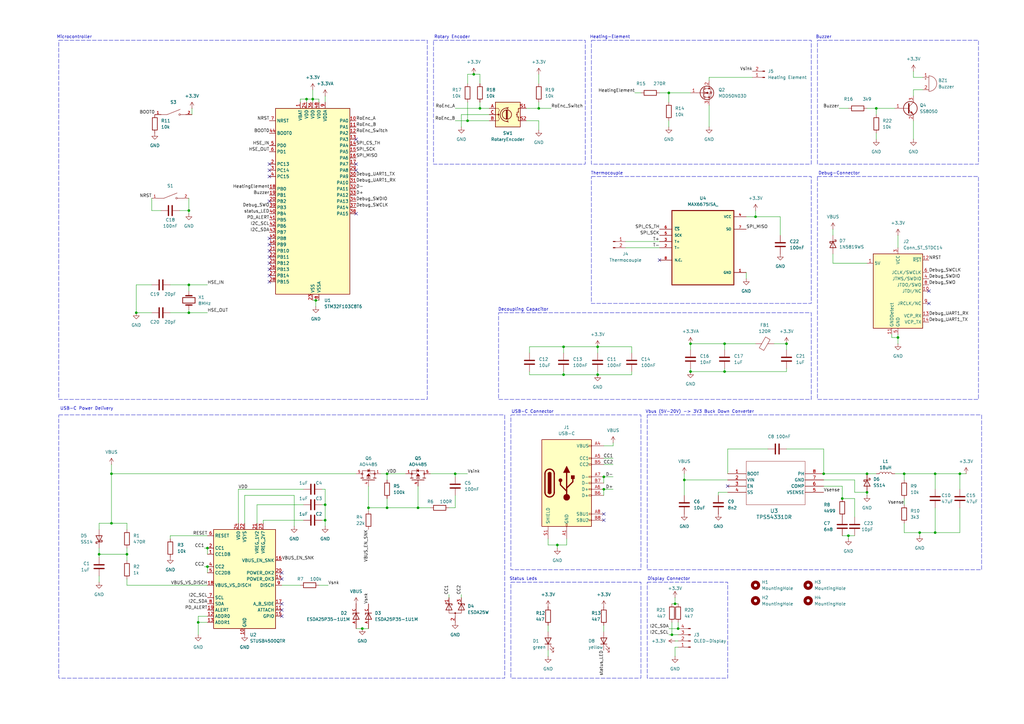
<source format=kicad_sch>
(kicad_sch (version 20250114) (generator "eeschema") (generator_version "9.0")
  (paper "A3")
  (lib_symbols
    (symbol "Connector:Conn_01x02_Pin" (pin_names (offset 1.016) (hide yes))
      (property "Reference" "J" (at 0 2.54 0))
      (property "Value" "Conn_01x02_Pin" (at 0 -5.08 0))
      (symbol "Conn_01x02_Pin_1_1"
        (pin passive line (at 5.08 0 180) (length 3.81) (name "Pin_1") (number "1"))
        (pin passive line (at 5.08 -2.54 180) (length 3.81) (name "Pin_2") (number "2"))
      )
    )
    (symbol "Connector:Conn_01x04_Pin" (pin_names (offset 1.016) (hide yes))
      (property "Reference" "J" (at 0 5.08 0))
      (property "Value" "Conn_01x04_Pin" (at 0 -7.62 0))
      (symbol "Conn_01x04_Pin_1_1"
        (pin passive line (at 5.08 2.54 180) (length 3.81) (name "Pin_1") (number "1"))
        (pin passive line (at 5.08 0 180) (length 3.81) (name "Pin_2") (number "2"))
        (pin passive line (at 5.08 -2.54 180) (length 3.81) (name "Pin_3") (number "3"))
        (pin passive line (at 5.08 -5.08 180) (length 3.81) (name "Pin_4") (number "4"))
      )
    )
    (symbol "Connector:USB_C_Receptacle_USB2.0_16P" (pin_names (offset 1.016))
      (property "Reference" "J" (at 0 22.225 0))
      (property "Value" "USB_C_Receptacle_USB2.0_16P" (at 0 19.685 0))
      (symbol "USB_C_Receptacle_USB2.0_16P_1_1"
        (pin passive line (at -7.62 -22.86 90) (length 5.08) (name "SHIELD") (number "S1"))
        (pin passive line (at 0 -22.86 90) (length 5.08) (name "GND") (number "A1"))
        (pin passive line (at 0 -22.86 90) (length 5.08) (hide yes) (name "GND") (number "A12"))
        (pin passive line (at 0 -22.86 90) (length 5.08) (hide yes) (name "GND") (number "B1"))
        (pin passive line (at 0 -22.86 90) (length 5.08) (hide yes) (name "GND") (number "B12"))
        (pin passive line (at 15.24 15.24 180) (length 5.08) (name "VBUS") (number "A4"))
        (pin passive line (at 15.24 15.24 180) (length 5.08) (hide yes) (name "VBUS") (number "A9"))
        (pin passive line (at 15.24 15.24 180) (length 5.08) (hide yes) (name "VBUS") (number "B4"))
        (pin passive line (at 15.24 15.24 180) (length 5.08) (hide yes) (name "VBUS") (number "B9"))
        (pin bidirectional line (at 15.24 10.16 180) (length 5.08) (name "CC1") (number "A5"))
        (pin bidirectional line (at 15.24 7.62 180) (length 5.08) (name "CC2") (number "B5"))
        (pin bidirectional line (at 15.24 2.54 180) (length 5.08) (name "D-") (number "A7"))
        (pin bidirectional line (at 15.24 0 180) (length 5.08) (name "D-") (number "B7"))
        (pin bidirectional line (at 15.24 -2.54 180) (length 5.08) (name "D+") (number "A6"))
        (pin bidirectional line (at 15.24 -5.08 180) (length 5.08) (name "D+") (number "B6"))
        (pin bidirectional line (at 15.24 -12.7 180) (length 5.08) (name "SBU1") (number "A8"))
        (pin bidirectional line (at 15.24 -15.24 180) (length 5.08) (name "SBU2") (number "B8"))
      )
    )
    (symbol "Device:Buzzer" (pin_names (offset 0.0254) (hide yes))
      (property "Reference" "BZ" (at 3.81 1.27 0))
      (property "Value" "Buzzer" (at 3.81 -1.27 0))
      (symbol "Buzzer_1_1"
        (pin passive line (at -2.54 2.54 0) (length 2.54) (name "+") (number "1"))
        (pin passive line (at -2.54 -2.54 0) (length 2.54) (name "-") (number "2"))
      )
    )
    (symbol "Device:C" (pin_numbers (hide yes)) (pin_names (offset 0.254))
      (property "Reference" "C" (at 0.635 2.54 0))
      (property "Value" "C" (at 0.635 -2.54 0))
      (symbol "C_1_1"
        (pin passive line (at 0 3.81 270) (length 2.794) (name "~") (number "1"))
        (pin passive line (at 0 -3.81 90) (length 2.794) (name "~") (number "2"))
      )
    )
    (symbol "Device:Crystal" (pin_numbers (hide yes)) (pin_names (offset 1.016) (hide yes))
      (property "Reference" "Y" (at 0 3.81 0))
      (property "Value" "Crystal" (at 0 -3.81 0))
      (symbol "Crystal_1_1"
        (pin passive line (at -3.81 0 0) (length 1.27) (name "1") (number "1"))
        (pin passive line (at 3.81 0 180) (length 1.27) (name "2") (number "2"))
      )
    )
    (symbol "Device:D_Schottky_Dual_CommonAnode_KAK_Parallel" (pin_names (offset 0.762) (hide yes))
      (property "Reference" "D" (at 0 5.08 0))
      (property "Value" "D_Schottky_Dual_CommonAnode_KAK_Parallel" (at 0 -5.08 0))
      (symbol "D_Schottky_Dual_CommonAnode_KAK_Parallel_0_1"
        (pin passive line (at -5.08 0 0) (length 2.54) (name "A") (number "2"))
        (pin passive line (at 5.08 2.54 180) (length 2.54) (name "K") (number "1"))
        (pin passive line (at 5.08 -2.54 180) (length 2.54) (name "K") (number "3"))
      )
    )
    (symbol "Device:FerriteBead" (pin_numbers (hide yes)) (pin_names (offset 0))
      (property "Reference" "FB" (at -3.81 0.635 90))
      (property "Value" "FerriteBead" (at 3.81 0 90))
      (symbol "FerriteBead_1_1"
        (pin passive line (at 0 3.81 270) (length 2.54) (name "~") (number "1"))
        (pin passive line (at 0 -3.81 90) (length 2.54) (name "~") (number "2"))
      )
    )
    (symbol "Device:L" (pin_numbers (hide yes)) (pin_names (offset 1.016) (hide yes))
      (property "Reference" "L" (at -1.27 0 90))
      (property "Value" "L" (at 1.905 0 90))
      (symbol "L_1_1"
        (pin passive line (at 0 3.81 270) (length 1.27) (name "1") (number "1"))
        (pin passive line (at 0 -3.81 90) (length 1.27) (name "2") (number "2"))
      )
    )
    (symbol "Device:LED" (pin_numbers (hide yes)) (pin_names (offset 1.016) (hide yes))
      (property "Reference" "D" (at 0 2.54 0))
      (property "Value" "LED" (at 0 -2.54 0))
      (symbol "LED_1_1"
        (pin passive line (at -3.81 0 0) (length 2.54) (name "K") (number "1"))
        (pin passive line (at 3.81 0 180) (length 2.54) (name "A") (number "2"))
      )
    )
    (symbol "Device:R" (pin_numbers (hide yes)) (pin_names (offset 0))
      (property "Reference" "R" (at 2.032 0 90))
      (property "Value" "R" (at 0 0 90))
      (symbol "R_1_1"
        (pin passive line (at 0 3.81 270) (length 1.27) (name "~") (number "1"))
        (pin passive line (at 0 -3.81 90) (length 1.27) (name "~") (number "2"))
      )
    )
    (symbol "Device:RotaryEncoder_Switch" (pin_names (offset 0.254) (hide yes))
      (property "Reference" "SW" (at 0 6.604 0))
      (property "Value" "RotaryEncoder_Switch" (at 0 -6.604 0))
      (symbol "RotaryEncoder_Switch_1_1"
        (pin passive line (at -7.62 2.54 0) (length 2.54) (name "A") (number "A"))
        (pin passive line (at -7.62 0 0) (length 2.54) (name "C") (number "C"))
        (pin passive line (at -7.62 -2.54 0) (length 2.54) (name "B") (number "B"))
        (pin passive line (at 7.62 2.54 180) (length 2.54) (name "S1") (number "S1"))
        (pin passive line (at 7.62 -2.54 180) (length 2.54) (name "S2") (number "S2"))
      )
    )
    (symbol "Diode:1N5819WS" (pin_numbers (hide yes)) (pin_names (offset 1.016) (hide yes))
      (property "Reference" "D" (at 0 2.54 0))
      (property "Value" "1N5819WS" (at 0 -2.54 0))
      (symbol "1N5819WS_1_1"
        (pin passive line (at -3.81 0 0) (length 2.54) (name "K") (number "1"))
        (pin passive line (at 3.81 0 180) (length 2.54) (name "A") (number "2"))
      )
    )
    (symbol "Diode:SS14" (pin_numbers (hide yes)) (pin_names (offset 1.016) (hide yes))
      (property "Reference" "D" (at 0 2.54 0))
      (property "Value" "SS14" (at 0 -2.54 0))
      (symbol "SS14_1_1"
        (pin passive line (at -3.81 0 0) (length 2.54) (name "K") (number "1"))
        (pin passive line (at 3.81 0 180) (length 2.54) (name "A") (number "2"))
      )
    )
    (symbol "Interface_USB:STUSB4500QTR"
      (property "Reference" "U" (at -12.7 21.59 0))
      (property "Value" "STUSB4500QTR" (at 8.89 -21.59 0))
      (symbol "STUSB4500QTR_1_1"
        (pin input line (at -15.24 17.78 0) (length 2.54) (name "RESET") (number "6"))
        (pin bidirectional line (at -15.24 12.7 0) (length 2.54) (name "CC1") (number "2"))
        (pin bidirectional line (at -15.24 10.16 0) (length 2.54) (name "CC1DB") (number "1"))
        (pin bidirectional line (at -15.24 5.08 0) (length 2.54) (name "CC2") (number "4"))
        (pin bidirectional line (at -15.24 2.54 0) (length 2.54) (name "CC2DB") (number "5"))
        (pin input line (at -15.24 -2.54 0) (length 2.54) (name "VBUS_VS_DISCH") (number "18"))
        (pin input line (at -15.24 -7.62 0) (length 2.54) (name "SCL") (number "7"))
        (pin bidirectional line (at -15.24 -10.16 0) (length 2.54) (name "SDA") (number "8"))
        (pin open_collector line (at -15.24 -12.7 0) (length 2.54) (name "ALERT") (number "19"))
        (pin input line (at -15.24 -15.24 0) (length 2.54) (name "ADDR0") (number "12"))
        (pin input line (at -15.24 -17.78 0) (length 2.54) (name "ADDR1") (number "13"))
        (pin no_connect line (at -12.7 15.24 0) (length 2.54) (hide yes) (name "NC") (number "3"))
        (pin power_in line (at -2.54 22.86 270) (length 2.54) (name "VDD") (number "24"))
        (pin power_in line (at 0 22.86 270) (length 2.54) (name "VSYS") (number "22"))
        (pin power_in line (at 0 -22.86 90) (length 2.54) (name "GND") (number "10"))
        (pin passive line (at 0 -22.86 90) (length 2.54) (hide yes) (name "GND") (number "25"))
        (pin power_out line (at 5.08 22.86 270) (length 2.54) (name "VREG_1V2") (number "21"))
        (pin power_out line (at 7.62 22.86 270) (length 2.54) (name "VREG_2V7") (number "23"))
        (pin open_collector line (at 15.24 7.62 180) (length 2.54) (name "VBUS_EN_SNK") (number "16"))
        (pin open_collector line (at 15.24 2.54 180) (length 2.54) (name "POWER_OK2") (number "20"))
        (pin open_collector line (at 15.24 0 180) (length 2.54) (name "POWER_OK3") (number "14"))
        (pin bidirectional line (at 15.24 -2.54 180) (length 2.54) (name "DISCH") (number "9"))
        (pin open_collector line (at 15.24 -10.16 180) (length 2.54) (name "A_B_SIDE") (number "17"))
        (pin open_collector line (at 15.24 -12.7 180) (length 2.54) (name "ATTACH") (number "11"))
        (pin open_collector line (at 15.24 -15.24 180) (length 2.54) (name "GPIO") (number "15"))
      )
    )
    (symbol "MCU_ST_STM32F1:STM32F103C8Tx"
      (property "Reference" "U" (at -15.24 39.37 0))
      (property "Value" "STM32F103C8Tx" (at 7.62 39.37 0))
      (symbol "STM32F103C8Tx_1_1"
        (pin input line (at -17.78 33.02 0) (length 2.54) (name "NRST") (number "7"))
        (pin input line (at -17.78 27.94 0) (length 2.54) (name "BOOT0") (number "44"))
        (pin bidirectional line (at -17.78 22.86 0) (length 2.54) (name "PD0") (number "5"))
        (pin bidirectional line (at -17.78 20.32 0) (length 2.54) (name "PD1") (number "6"))
        (pin bidirectional line (at -17.78 15.24 0) (length 2.54) (name "PC13") (number "2"))
        (pin bidirectional line (at -17.78 12.7 0) (length 2.54) (name "PC14") (number "3"))
        (pin bidirectional line (at -17.78 10.16 0) (length 2.54) (name "PC15") (number "4"))
        (pin bidirectional line (at -17.78 5.08 0) (length 2.54) (name "PB0") (number "18"))
        (pin bidirectional line (at -17.78 2.54 0) (length 2.54) (name "PB1") (number "19"))
        (pin bidirectional line (at -17.78 0 0) (length 2.54) (name "PB2") (number "20"))
        (pin bidirectional line (at -17.78 -2.54 0) (length 2.54) (name "PB3") (number "39"))
        (pin bidirectional line (at -17.78 -5.08 0) (length 2.54) (name "PB4") (number "40"))
        (pin bidirectional line (at -17.78 -7.62 0) (length 2.54) (name "PB5") (number "41"))
        (pin bidirectional line (at -17.78 -10.16 0) (length 2.54) (name "PB6") (number "42"))
        (pin bidirectional line (at -17.78 -12.7 0) (length 2.54) (name "PB7") (number "43"))
        (pin bidirectional line (at -17.78 -15.24 0) (length 2.54) (name "PB8") (number "45"))
        (pin bidirectional line (at -17.78 -17.78 0) (length 2.54) (name "PB9") (number "46"))
        (pin bidirectional line (at -17.78 -20.32 0) (length 2.54) (name "PB10") (number "21"))
        (pin bidirectional line (at -17.78 -22.86 0) (length 2.54) (name "PB11") (number "22"))
        (pin bidirectional line (at -17.78 -25.4 0) (length 2.54) (name "PB12") (number "25"))
        (pin bidirectional line (at -17.78 -27.94 0) (length 2.54) (name "PB13") (number "26"))
        (pin bidirectional line (at -17.78 -30.48 0) (length 2.54) (name "PB14") (number "27"))
        (pin bidirectional line (at -17.78 -33.02 0) (length 2.54) (name "PB15") (number "28"))
        (pin power_in line (at -5.08 40.64 270) (length 2.54) (name "VBAT") (number "1"))
        (pin power_in line (at -2.54 40.64 270) (length 2.54) (name "VDD") (number "24"))
        (pin power_in line (at 0 40.64 270) (length 2.54) (name "VDD") (number "36"))
        (pin power_in line (at 0 -40.64 90) (length 2.54) (name "VSS") (number "23"))
        (pin passive line (at 0 -40.64 90) (length 2.54) (hide yes) (name "VSS") (number "35"))
        (pin passive line (at 0 -40.64 90) (length 2.54) (hide yes) (name "VSS") (number "47"))
        (pin power_in line (at 2.54 40.64 270) (length 2.54) (name "VDD") (number "48"))
        (pin power_in line (at 2.54 -40.64 90) (length 2.54) (name "VSSA") (number "8"))
        (pin power_in line (at 5.08 40.64 270) (length 2.54) (name "VDDA") (number "9"))
        (pin bidirectional line (at 17.78 33.02 180) (length 2.54) (name "PA0") (number "10"))
        (pin bidirectional line (at 17.78 30.48 180) (length 2.54) (name "PA1") (number "11"))
        (pin bidirectional line (at 17.78 27.94 180) (length 2.54) (name "PA2") (number "12"))
        (pin bidirectional line (at 17.78 25.4 180) (length 2.54) (name "PA3") (number "13"))
        (pin bidirectional line (at 17.78 22.86 180) (length 2.54) (name "PA4") (number "14"))
        (pin bidirectional line (at 17.78 20.32 180) (length 2.54) (name "PA5") (number "15"))
        (pin bidirectional line (at 17.78 17.78 180) (length 2.54) (name "PA6") (number "16"))
        (pin bidirectional line (at 17.78 15.24 180) (length 2.54) (name "PA7") (number "17"))
        (pin bidirectional line (at 17.78 12.7 180) (length 2.54) (name "PA8") (number "29"))
        (pin bidirectional line (at 17.78 10.16 180) (length 2.54) (name "PA9") (number "30"))
        (pin bidirectional line (at 17.78 7.62 180) (length 2.54) (name "PA10") (number "31"))
        (pin bidirectional line (at 17.78 5.08 180) (length 2.54) (name "PA11") (number "32"))
        (pin bidirectional line (at 17.78 2.54 180) (length 2.54) (name "PA12") (number "33"))
        (pin bidirectional line (at 17.78 0 180) (length 2.54) (name "PA13") (number "34"))
        (pin bidirectional line (at 17.78 -2.54 180) (length 2.54) (name "PA14") (number "37"))
        (pin bidirectional line (at 17.78 -5.08 180) (length 2.54) (name "PA15") (number "38"))
      )
    )
    (symbol "Mechanical:MountingHole" (pin_names (offset 1.016)) (in_bom no)
      (property "Reference" "H" (at 0 5.08 0))
      (property "Value" "MountingHole" (at 0 3.175 0))
    )
    (symbol "Symbols:AO4485" (pin_names (offset 1.016))
      (property "Reference" "Q" (at -8.9026 3.8154 0))
      (property "Value" "AO4485" (at -8.8984 -6.356 0))
      (symbol "AO4485_0_0"
        (pin passive line (at -2.54 0 0) (length 2.54) (name "~") (number "4"))
        (pin passive line (at 2.54 5.08 270) (length 2.54) (name "~") (number "1"))
        (pin passive line (at 2.54 5.08 270) (length 2.54) (hide yes) (name "~") (number "2"))
        (pin passive line (at 2.54 5.08 270) (length 2.54) (hide yes) (name "~") (number "3"))
        (pin passive line (at 2.54 -5.08 90) (length 2.54) (name "~") (number "5"))
        (pin passive line (at 2.54 -5.08 90) (length 2.54) (hide yes) (name "~") (number "6"))
        (pin passive line (at 2.54 -5.08 90) (length 2.54) (hide yes) (name "~") (number "7"))
        (pin passive line (at 2.54 -5.08 90) (length 2.54) (hide yes) (name "~") (number "8"))
      )
    )
    (symbol "Symbols:Conn_ST_STDC14"
      (property "Reference" "J" (at -8.89 16.51 0))
      (property "Value" "Conn_ST_STDC14" (at 17.78 16.51 0))
      (symbol "Conn_ST_STDC14_1_1"
        (pin output line (at -12.7 11.43 0) (length 2.54) (name "5V") (number "1"))
        (pin no_connect line (at -10.16 2.54 0) (length 2.54) (hide yes) (name "NC") (number "2"))
        (pin passive line (at -2.54 -17.78 90) (length 2.54) (name "GNDDetect") (number "11"))
        (pin power_in line (at 0 17.78 270) (length 2.54) (name "VCC") (number "3"))
        (pin power_in line (at 0 -17.78 90) (length 2.54) (name "GND") (number "5"))
        (pin passive line (at 0 -17.78 90) (length 2.54) (hide yes) (name "GND") (number "7"))
        (pin open_collector line (at 12.7 12.7 180) (length 2.54) (name "~{RST}") (number "12"))
        (pin output line (at 12.7 7.62 180) (length 2.54) (name "JCLK/SWCLK") (number "6"))
        (pin bidirectional line (at 12.7 5.08 180) (length 2.54) (name "JTMS/SWDIO") (number "4"))
        (pin input line (at 12.7 2.54 180) (length 2.54) (name "JTDO/SWO") (number "8"))
        (pin output line (at 12.7 0 180) (length 2.54) (name "JTDI/NC") (number "10"))
        (pin input line (at 12.7 -5.08 180) (length 2.54) (name "JRCLK/NC") (number "9"))
        (pin output line (at 12.7 -10.16 180) (length 2.54) (name "VCP_RX") (number "13"))
        (pin input line (at 12.7 -12.7 180) (length 2.54) (name "VCP_TX") (number "14"))
      )
    )
    (symbol "Symbols:ESDA25P35-1U1M" (pin_names (offset 1.016))
      (property "Reference" "D" (at -5.0835 2.4159 0))
      (property "Value" "ESDA25P35-1U1M" (at -5.0854 -4.9611 0))
      (symbol "ESDA25P35-1U1M_0_0"
        (pin passive line (at -5.08 0 0) (length 5.08) (name "~") (number "C"))
        (pin passive line (at 5.08 0 180) (length 5.08) (name "~") (number "A"))
      )
    )
    (symbol "Symbols:MAX6675ISA_" (pin_names (offset 1.016))
      (property "Reference" "U" (at -12.7 16.24 0))
      (property "Value" "MAX6675ISA_" (at -12.7 -19.24 0))
      (symbol "MAX6675ISA__0_0"
        (pin input line (at -17.78 7.62 0) (length 5.08) (name "~{CS}") (number "6"))
        (pin input line (at -17.78 5.08 0) (length 5.08) (name "SCK") (number "5"))
        (pin input line (at -17.78 2.54 0) (length 5.08) (name "T+") (number "3"))
        (pin input line (at -17.78 0 0) (length 5.08) (name "T-") (number "2"))
        (pin bidirectional line (at -17.78 -5.08 0) (length 5.08) (name "N.C.") (number "8"))
        (pin power_in line (at 17.78 12.7 180) (length 5.08) (name "VCC") (number "4"))
        (pin output line (at 17.78 7.62 180) (length 5.08) (name "SO") (number "7"))
        (pin power_in line (at 17.78 -10.16 180) (length 5.08) (name "GND") (number "1"))
      )
    )
    (symbol "Symbols:TPS54331DR" (pin_names (offset 0.254))
      (property "Reference" "U" (at 19.812 9.652 0))
      (property "Value" "TPS54331DR" (at 19.812 7.112 0))
      (symbol "TPS54331DR_0_1"
        (pin unspecified line (at 0 0 0) (length 7.62) (name "BOOT") (number "1"))
        (pin input line (at 0 -2.54 0) (length 7.62) (name "VIN") (number "2"))
        (pin unspecified line (at 0 -5.08 0) (length 7.62) (name "EN") (number "3"))
        (pin unspecified line (at 0 -7.62 0) (length 7.62) (name "SS") (number "4"))
        (pin power_in line (at 39.37 0 180) (length 7.62) (name "PH") (number "8"))
        (pin power_in line (at 39.37 -2.54 180) (length 7.62) (name "GND") (number "7"))
        (pin output line (at 39.37 -5.08 180) (length 7.62) (name "COMP") (number "6"))
        (pin unspecified line (at 39.37 -7.62 180) (length 7.62) (name "VSENSE") (number "5"))
      )
    )
    (symbol "Symbols:TS-1088-AR02016" (pin_names (offset 1.016))
      (property "Reference" "S" (at -2.54 2.54 0))
      (property "Value" "TS-1088-AR02016" (at -2.54 -2.54 0))
      (symbol "TS-1088-AR02016_0_0"
        (pin passive line (at -7.62 0 0) (length 2.54) (name "~") (number "1"))
        (pin passive line (at 7.62 0 180) (length 2.54) (name "~") (number "2"))
      )
    )
    (symbol "Transistor_BJT:SS8050" (pin_names (offset 0) (hide yes))
      (property "Reference" "Q" (at 5.08 1.905 0))
      (property "Value" "SS8050" (at 5.08 0 0))
      (symbol "SS8050_1_1"
        (pin input line (at -5.08 0 0) (length 2.54) (name "B") (number "1"))
        (pin passive line (at 2.54 5.08 270) (length 2.54) (name "C") (number "3"))
        (pin passive line (at 2.54 -5.08 90) (length 2.54) (name "E") (number "2"))
      )
    )
    (symbol "Transistor_FET:IPD50R3K0CE" (pin_names (hide yes))
      (property "Reference" "Q" (at 5.08 1.905 0))
      (property "Value" "IPD50R3K0CE" (at 5.08 0 0))
      (symbol "IPD50R3K0CE_1_1"
        (pin input line (at -5.08 0 0) (length 2.54) (name "G") (number "1"))
        (pin passive line (at 2.54 5.08 270) (length 2.54) (name "D") (number "2"))
        (pin passive line (at 2.54 -5.08 90) (length 2.54) (name "S") (number "3"))
      )
    )
    (symbol "power:+3.3V" (power) (pin_numbers (hide yes)) (pin_names (offset 0) (hide yes))
      (property "Value" "+3.3V" (at 0 3.556 0))
      (symbol "+3.3V_1_1"
        (pin power_in line (at 0 0 90) (length 0) (name "~") (number "1"))
      )
    )
    (symbol "power:+3.3VA" (power) (pin_numbers (hide yes)) (pin_names (offset 0) (hide yes))
      (property "Value" "+3.3VA" (at 0 3.556 0))
      (symbol "+3.3VA_1_1"
        (pin power_in line (at 0 0 90) (length 0) (name "~") (number "1"))
      )
    )
    (symbol "power:GND" (power) (pin_numbers (hide yes)) (pin_names (offset 0) (hide yes))
      (property "Value" "GND" (at 0 -3.81 0))
      (symbol "GND_1_1"
        (pin power_in line (at 0 0 270) (length 0) (name "~") (number "1"))
      )
    )
    (symbol "power:VBUS" (power) (pin_numbers (hide yes)) (pin_names (offset 0) (hide yes))
      (property "Value" "VBUS" (at 0 3.556 0))
      (symbol "VBUS_1_1"
        (pin power_in line (at 0 0 90) (length 0) (name "~") (number "1"))
      )
    )
  )
  (rectangle (start 265.43 238.76) (end 298.45 278.13) (stroke (width 0) (type dash)))
  (rectangle (start 177.8 16.51) (end 240.03 67.31) (stroke (width 0) (type dash)))
  (rectangle (start 204.47 128.27) (end 332.74 163.83) (stroke (width 0) (type dash)))
  (rectangle (start 265.43 170.18) (end 402.59 233.68) (stroke (width 0) (type dash)))
  (rectangle (start 242.57 16.51) (end 332.74 67.31) (stroke (width 0) (type dash)))
  (rectangle (start 335.28 16.51) (end 401.32 67.31) (stroke (width 0) (type dash)))
  (rectangle (start 209.55 238.76) (end 262.89 278.13) (stroke (width 0) (type dash)))
  (rectangle (start 24.13 170.18) (end 207.01 278.13) (stroke (width 0) (type dash)))
  (rectangle (start 209.55 170.18) (end 262.89 233.68) (stroke (width 0) (type dash)))
  (rectangle (start 335.28 72.39) (end 401.32 163.83) (stroke (width 0) (type dash)))
  (rectangle (start 24.13 16.51) (end 175.26 163.83) (stroke (width 0) (type dash)))
  (rectangle (start 242.57 72.39) (end 332.74 124.46) (stroke (width 0) (type dash)))
  (text "USB-C Power Delivery\n" (at 35.56 167.64 0) (effects (font (size 1.27 1.27))))
  (text "USB-C Connector\n" (at 218.44 168.91 0) (effects (font (size 1.27 1.27))))
  (text "Thermocouple\n" (at 248.92 71.12 0) (effects (font (size 1.27 1.27))))
  (text "Debug-Connector\n" (at 344.17 71.12 0) (effects (font (size 1.27 1.27))))
  (text "Display Connector\n" (at 274.32 237.49 0) (effects (font (size 1.27 1.27))))
  (text "Vbus (5V-20V) -> 3V3 Buck Down Converter" (at 287.02 168.91 0) (effects (font (size 1.27 1.27))))
  (text "Heating-Element\n" (at 250.19 15.24 0) (effects (font (size 1.27 1.27))))
  (text "Rotary Encoder" (at 185.42 15.24 0) (effects (font (size 1.27 1.27))))
  (text "Microcontroller\n" (at 30.48 15.24 0) (effects (font (size 1.27 1.27))))
  (text "Buzzer" (at 337.82 15.24 0) (effects (font (size 1.27 1.27))))
  (text "Decoupling Capacitor\n" (at 214.63 127 0) (effects (font (size 1.27 1.27))))
  (text "Status Leds\n" (at 214.63 237.49 0) (effects (font (size 1.27 1.27))))
  (junction (at 247.65 200.66))
  (junction (at 128.27 40.64))
  (junction (at 347.98 219.71))
  (junction (at 81.28 255.27))
  (junction (at 245.11 153.67))
  (junction (at 245.11 142.24))
  (junction (at 370.84 194.31))
  (junction (at 276.86 247.65))
  (junction (at 280.67 196.85))
  (junction (at 383.54 194.31))
  (junction (at 171.45 208.28))
  (junction (at 247.65 195.58))
  (junction (at 383.54 218.44))
  (junction (at 40.64 227.33))
  (junction (at 283.21 152.4))
  (junction (at 345.44 204.47))
  (junction (at 158.75 208.28))
  (junction (at 158.75 194.31))
  (junction (at 133.35 207.01))
  (junction (at 77.47 128.27))
  (junction (at 125.73 40.64))
  (junction (at 133.35 213.36))
  (junction (at 52.07 227.33))
  (junction (at 283.21 140.97))
  (junction (at 297.18 140.97))
  (junction (at 151.13 208.28))
  (junction (at 275.59 260.35))
  (junction (at 220.98 44.45))
  (junction (at 129.54 123.19))
  (junction (at 355.6 194.31))
  (junction (at 231.14 153.67))
  (junction (at 77.47 116.84))
  (junction (at 85.09 224.79))
  (junction (at 85.09 232.41))
  (junction (at 77.47 86.36))
  (junction (at 194.31 30.48))
  (junction (at 309.88 88.9))
  (junction (at 148.59 257.81))
  (junction (at 322.58 140.97))
  (junction (at 55.88 128.27))
  (junction (at 196.85 44.45))
  (junction (at 45.72 194.31))
  (junction (at 355.6 201.93))
  (junction (at 359.41 44.45))
  (junction (at 191.77 49.53))
  (junction (at 297.18 152.4))
  (junction (at 368.3 138.43))
  (junction (at 377.19 218.44))
  (junction (at 393.7 194.31))
  (junction (at 337.82 194.31))
  (junction (at 228.6 223.52))
  (junction (at 186.69 194.31))
  (junction (at 231.14 142.24))
  (junction (at 274.32 38.1))
  (junction (at 278.13 257.81))
  (junction (at 45.72 214.63))
  (no_connect (at 115.57 247.65))
  (no_connect (at 110.49 67.31))
  (no_connect (at 110.49 100.33))
  (no_connect (at 110.49 110.49))
  (no_connect (at 146.05 57.15))
  (no_connect (at 110.49 69.85))
  (no_connect (at 110.49 105.41))
  (no_connect (at 146.05 69.85))
  (no_connect (at 146.05 87.63))
  (no_connect (at 115.57 237.49))
  (no_connect (at 115.57 234.95))
  (no_connect (at 110.49 97.79))
  (no_connect (at 298.45 199.39))
  (no_connect (at 247.65 210.82))
  (no_connect (at 110.49 115.57))
  (no_connect (at 381 119.38))
  (no_connect (at 110.49 113.03))
  (no_connect (at 110.49 72.39))
  (no_connect (at 110.49 102.87))
  (no_connect (at 247.65 213.36))
  (no_connect (at 110.49 82.55))
  (no_connect (at 110.49 107.95))
  (no_connect (at 270.51 106.68))
  (no_connect (at 146.05 67.31))
  (no_connect (at 115.57 250.19))
  (no_connect (at 381 124.46))
  (no_connect (at 115.57 252.73))
  (wire (pts (xy 220.98 44.45) (xy 226.06 44.45)))
  (wire (pts (xy 231.14 142.24) (xy 245.11 142.24)))
  (wire (pts (xy 186.69 44.45) (xy 196.85 44.45)))
  (wire (pts (xy 309.88 86.36) (xy 309.88 88.9)))
  (wire (pts (xy 275.59 260.35) (xy 278.13 260.35)))
  (wire (pts (xy 133.35 207.01) (xy 132.08 207.01)))
  (wire (pts (xy 115.57 240.03) (xy 123.19 240.03)))
  (wire (pts (xy 224.79 256.54) (xy 224.79 259.08)))
  (wire (pts (xy 40.64 227.33) (xy 52.07 227.33)))
  (wire (pts (xy 77.47 116.84) (xy 77.47 119.38)))
  (wire (pts (xy 200.66 44.45) (xy 196.85 44.45)))
  (wire (pts (xy 125.73 40.64) (xy 128.27 40.64)))
  (wire (pts (xy 151.13 208.28) (xy 151.13 209.55)))
  (wire (pts (xy 251.46 187.96) (xy 247.65 187.96)))
  (wire (pts (xy 251.46 200.66) (xy 247.65 200.66)))
  (wire (pts (xy 359.41 54.61) (xy 359.41 57.15)))
  (wire (pts (xy 77.47 128.27) (xy 77.47 127)))
  (wire (pts (xy 189.23 46.99) (xy 200.66 46.99)))
  (wire (pts (xy 383.54 218.44) (xy 393.7 218.44)))
  (wire (pts (xy 176.53 194.31) (xy 186.69 194.31)))
  (wire (pts (xy 217.17 142.24) (xy 231.14 142.24)))
  (wire (pts (xy 194.31 30.48) (xy 196.85 30.48)))
  (wire (pts (xy 97.79 200.66) (xy 124.46 200.66)))
  (wire (pts (xy 247.65 200.66) (xy 247.65 203.2)))
  (wire (pts (xy 123.19 40.64) (xy 125.73 40.64)))
  (wire (pts (xy 85.09 232.41) (xy 85.09 234.95)))
  (wire (pts (xy 290.83 43.18) (xy 290.83 52.07)))
  (wire (pts (xy 345.44 204.47) (xy 350.52 204.47)))
  (wire (pts (xy 383.54 194.31) (xy 393.7 194.31)))
  (wire (pts (xy 81.28 255.27) (xy 81.28 252.73)))
  (wire (pts (xy 85.09 224.79) (xy 85.09 227.33)))
  (wire (pts (xy 232.41 220.98) (xy 232.41 223.52)))
  (wire (pts (xy 368.3 137.16) (xy 368.3 138.43)))
  (wire (pts (xy 247.65 195.58) (xy 247.65 198.12)))
  (wire (pts (xy 322.58 140.97) (xy 317.5 140.97)))
  (wire (pts (xy 350.52 201.93) (xy 355.6 201.93)))
  (wire (pts (xy 322.58 143.51) (xy 322.58 140.97)))
  (wire (pts (xy 77.47 86.36) (xy 77.47 87.63)))
  (wire (pts (xy 276.86 265.43) (xy 278.13 265.43)))
  (wire (pts (xy 370.84 218.44) (xy 370.84 214.63)))
  (wire (pts (xy 341.63 107.95) (xy 355.6 107.95)))
  (wire (pts (xy 365.76 137.16) (xy 365.76 138.43)))
  (wire (pts (xy 245.11 142.24) (xy 259.08 142.24)))
  (wire (pts (xy 220.98 49.53) (xy 215.9 49.53)))
  (wire (pts (xy 306.07 111.76) (xy 306.07 114.3)))
  (wire (pts (xy 220.98 44.45) (xy 215.9 44.45)))
  (wire (pts (xy 151.13 257.81) (xy 148.59 257.81)))
  (wire (pts (xy 383.54 194.31) (xy 383.54 200.66)))
  (wire (pts (xy 52.07 240.03) (xy 85.09 240.03)))
  (wire (pts (xy 290.83 31.75) (xy 308.61 31.75)))
  (wire (pts (xy 191.77 41.91) (xy 191.77 49.53)))
  (wire (pts (xy 370.84 204.47) (xy 370.84 207.01)))
  (wire (pts (xy 245.11 153.67) (xy 245.11 152.4)))
  (wire (pts (xy 83.82 232.41) (xy 85.09 232.41)))
  (wire (pts (xy 55.88 116.84) (xy 55.88 128.27)))
  (wire (pts (xy 337.82 184.15) (xy 337.82 194.31)))
  (wire (pts (xy 276.86 247.65) (xy 275.59 247.65)))
  (wire (pts (xy 341.63 104.14) (xy 341.63 107.95)))
  (wire (pts (xy 377.19 219.71) (xy 377.19 218.44)))
  (wire (pts (xy 259.08 153.67) (xy 259.08 152.4)))
  (wire (pts (xy 245.11 153.67) (xy 231.14 153.67)))
  (wire (pts (xy 350.52 196.85) (xy 350.52 201.93)))
  (wire (pts (xy 130.81 240.03) (xy 134.62 240.03)))
  (wire (pts (xy 347.98 219.71) (xy 350.52 219.71)))
  (wire (pts (xy 367.03 194.31) (xy 370.84 194.31)))
  (wire (pts (xy 370.84 194.31) (xy 370.84 196.85)))
  (wire (pts (xy 184.15 245.11) (xy 184.15 243.84)))
  (wire (pts (xy 40.64 236.22) (xy 40.64 238.76)))
  (wire (pts (xy 69.85 128.27) (xy 77.47 128.27)))
  (wire (pts (xy 151.13 208.28) (xy 158.75 208.28)))
  (wire (pts (xy 251.46 182.88) (xy 247.65 182.88)))
  (wire (pts (xy 231.14 153.67) (xy 231.14 152.4)))
  (wire (pts (xy 294.64 201.93) (xy 298.45 201.93)))
  (wire (pts (xy 275.59 255.27) (xy 275.59 260.35)))
  (wire (pts (xy 97.79 214.63) (xy 97.79 200.66)))
  (wire (pts (xy 251.46 181.61) (xy 251.46 182.88)))
  (wire (pts (xy 280.67 196.85) (xy 298.45 196.85)))
  (wire (pts (xy 189.23 245.11) (xy 189.23 243.84)))
  (wire (pts (xy 337.82 196.85) (xy 350.52 196.85)))
  (wire (pts (xy 40.64 227.33) (xy 40.64 228.6)))
  (wire (pts (xy 62.23 86.36) (xy 62.23 81.28)))
  (wire (pts (xy 100.33 203.2) (xy 100.33 214.63)))
  (wire (pts (xy 45.72 190.5) (xy 45.72 194.31)))
  (wire (pts (xy 283.21 140.97) (xy 283.21 143.51)))
  (wire (pts (xy 290.83 31.75) (xy 290.83 33.02)))
  (wire (pts (xy 158.75 208.28) (xy 171.45 208.28)))
  (wire (pts (xy 393.7 194.31) (xy 393.7 200.66)))
  (wire (pts (xy 81.28 260.35) (xy 81.28 255.27)))
  (wire (pts (xy 220.98 41.91) (xy 220.98 44.45)))
  (wire (pts (xy 55.88 128.27) (xy 62.23 128.27)))
  (wire (pts (xy 78.74 44.45) (xy 78.74 46.99)))
  (wire (pts (xy 280.67 203.2) (xy 280.67 196.85)))
  (wire (pts (xy 276.86 262.89) (xy 278.13 262.89)))
  (wire (pts (xy 129.54 123.19) (xy 128.27 123.19)))
  (wire (pts (xy 123.19 40.64) (xy 123.19 41.91)))
  (wire (pts (xy 231.14 142.24) (xy 231.14 144.78)))
  (wire (pts (xy 69.85 116.84) (xy 77.47 116.84)))
  (wire (pts (xy 345.44 199.39) (xy 345.44 204.47)))
  (wire (pts (xy 133.35 213.36) (xy 133.35 215.9)))
  (wire (pts (xy 309.88 88.9) (xy 306.07 88.9)))
  (wire (pts (xy 280.67 194.31) (xy 280.67 196.85)))
  (wire (pts (xy 251.46 190.5) (xy 247.65 190.5)))
  (wire (pts (xy 133.35 200.66) (xy 133.35 207.01)))
  (wire (pts (xy 224.79 220.98) (xy 224.79 223.52)))
  (wire (pts (xy 274.32 257.81) (xy 278.13 257.81)))
  (wire (pts (xy 77.47 128.27) (xy 85.09 128.27)))
  (wire (pts (xy 158.75 208.28) (xy 158.75 204.47)))
  (wire (pts (xy 105.41 214.63) (xy 105.41 207.01)))
  (wire (pts (xy 283.21 152.4) (xy 283.21 151.13)))
  (wire (pts (xy 294.64 203.2) (xy 294.64 201.93)))
  (wire (pts (xy 73.66 86.36) (xy 77.47 86.36)))
  (wire (pts (xy 350.52 212.09) (xy 350.52 204.47)))
  (wire (pts (xy 377.19 218.44) (xy 370.84 218.44)))
  (wire (pts (xy 359.41 46.99) (xy 359.41 44.45)))
  (wire (pts (xy 151.13 199.39) (xy 151.13 208.28)))
  (wire (pts (xy 220.98 53.34) (xy 220.98 49.53)))
  (wire (pts (xy 52.07 224.79) (xy 52.07 227.33)))
  (wire (pts (xy 337.82 194.31) (xy 355.6 194.31)))
  (wire (pts (xy 245.11 153.67) (xy 259.08 153.67)))
  (wire (pts (xy 62.23 116.84) (xy 55.88 116.84)))
  (wire (pts (xy 297.18 140.97) (xy 297.18 143.51)))
  (wire (pts (xy 374.65 39.37) (xy 374.65 36.83)))
  (wire (pts (xy 133.35 39.37) (xy 133.35 41.91)))
  (wire (pts (xy 40.64 214.63) (xy 40.64 217.17)))
  (wire (pts (xy 359.41 44.45) (xy 367.03 44.45)))
  (wire (pts (xy 128.27 40.64) (xy 130.81 40.64)))
  (wire (pts (xy 298.45 184.15) (xy 298.45 194.31)))
  (wire (pts (xy 52.07 237.49) (xy 52.07 240.03)))
  (wire (pts (xy 52.07 214.63) (xy 45.72 214.63)))
  (wire (pts (xy 283.21 140.97) (xy 297.18 140.97)))
  (wire (pts (xy 186.69 49.53) (xy 191.77 49.53)))
  (wire (pts (xy 120.65 203.2) (xy 100.33 203.2)))
  (wire (pts (xy 228.6 223.52) (xy 228.6 224.79)))
  (wire (pts (xy 132.08 200.66) (xy 133.35 200.66)))
  (wire (pts (xy 191.77 49.53) (xy 200.66 49.53)))
  (wire (pts (xy 196.85 30.48) (xy 196.85 34.29)))
  (wire (pts (xy 374.65 31.75) (xy 378.46 31.75)))
  (wire (pts (xy 45.72 194.31) (xy 146.05 194.31)))
  (wire (pts (xy 274.32 38.1) (xy 283.21 38.1)))
  (wire (pts (xy 365.76 138.43) (xy 368.3 138.43)))
  (wire (pts (xy 278.13 255.27) (xy 278.13 257.81)))
  (wire (pts (xy 245.11 142.24) (xy 245.11 144.78)))
  (wire (pts (xy 196.85 44.45) (xy 196.85 41.91)))
  (wire (pts (xy 107.95 213.36) (xy 107.95 214.63)))
  (wire (pts (xy 337.82 199.39) (xy 345.44 199.39)))
  (wire (pts (xy 220.98 30.48) (xy 220.98 34.29)))
  (wire (pts (xy 81.28 252.73) (xy 85.09 252.73)))
  (wire (pts (xy 374.65 29.21) (xy 374.65 31.75)))
  (wire (pts (xy 186.69 208.28) (xy 186.69 203.2)))
  (wire (pts (xy 274.32 260.35) (xy 275.59 260.35)))
  (wire (pts (xy 347.98 219.71) (xy 345.44 219.71)))
  (wire (pts (xy 322.58 184.15) (xy 337.82 184.15)))
  (wire (pts (xy 171.45 208.28) (xy 176.53 208.28)))
  (wire (pts (xy 83.82 224.79) (xy 85.09 224.79)))
  (wire (pts (xy 355.6 44.45) (xy 359.41 44.45)))
  (wire (pts (xy 276.86 245.11) (xy 276.86 247.65)))
  (wire (pts (xy 228.6 223.52) (xy 232.41 223.52)))
  (wire (pts (xy 133.35 207.01) (xy 133.35 213.36)))
  (wire (pts (xy 158.75 194.31) (xy 158.75 196.85)))
  (wire (pts (xy 374.65 36.83) (xy 378.46 36.83)))
  (wire (pts (xy 309.88 88.9) (xy 320.04 88.9)))
  (wire (pts (xy 171.45 199.39) (xy 171.45 208.28)))
  (wire (pts (xy 52.07 227.33) (xy 52.07 229.87)))
  (wire (pts (xy 256.54 101.6) (xy 270.51 101.6)))
  (wire (pts (xy 217.17 153.67) (xy 217.17 152.4)))
  (wire (pts (xy 40.64 224.79) (xy 40.64 227.33)))
  (wire (pts (xy 314.96 184.15) (xy 298.45 184.15)))
  (wire (pts (xy 383.54 208.28) (xy 383.54 218.44)))
  (wire (pts (xy 251.46 195.58) (xy 247.65 195.58)))
  (wire (pts (xy 274.32 41.91) (xy 274.32 38.1)))
  (wire (pts (xy 355.6 201.93) (xy 355.6 203.2)))
  (wire (pts (xy 368.3 96.52) (xy 368.3 101.6)))
  (wire (pts (xy 69.85 219.71) (xy 85.09 219.71)))
  (wire (pts (xy 217.17 144.78) (xy 217.17 142.24)))
  (wire (pts (xy 274.32 49.53) (xy 274.32 52.07)))
  (wire (pts (xy 186.69 194.31) (xy 191.77 194.31)))
  (wire (pts (xy 189.23 52.07) (xy 189.23 46.99)))
  (wire (pts (xy 297.18 151.13) (xy 297.18 152.4)))
  (wire (pts (xy 45.72 214.63) (xy 40.64 214.63)))
  (wire (pts (xy 124.46 213.36) (xy 107.95 213.36)))
  (wire (pts (xy 322.58 151.13) (xy 322.58 152.4)))
  (wire (pts (xy 355.6 194.31) (xy 359.41 194.31)))
  (wire (pts (xy 186.69 194.31) (xy 186.69 195.58)))
  (wire (pts (xy 77.47 81.28) (xy 77.47 86.36)))
  (wire (pts (xy 191.77 30.48) (xy 191.77 34.29)))
  (wire (pts (xy 224.79 266.7) (xy 224.79 269.24)))
  (wire (pts (xy 129.54 123.19) (xy 130.81 123.19)))
  (wire (pts (xy 224.79 223.52) (xy 228.6 223.52)))
  (wire (pts (xy 184.15 208.28) (xy 186.69 208.28)))
  (wire (pts (xy 393.7 194.31) (xy 396.24 194.31)))
  (wire (pts (xy 129.54 123.19) (xy 129.54 125.73)))
  (wire (pts (xy 341.63 93.98) (xy 341.63 96.52)))
  (wire (pts (xy 125.73 40.64) (xy 125.73 41.91)))
  (wire (pts (xy 256.54 99.06) (xy 270.51 99.06)))
  (wire (pts (xy 130.81 40.64) (xy 130.81 41.91)))
  (wire (pts (xy 66.04 86.36) (xy 62.23 86.36)))
  (wire (pts (xy 276.86 269.24) (xy 276.86 265.43)))
  (wire (pts (xy 377.19 218.44) (xy 383.54 218.44)))
  (wire (pts (xy 370.84 194.31) (xy 383.54 194.31)))
  (wire (pts (xy 69.85 220.98) (xy 69.85 219.71)))
  (wire (pts (xy 77.47 116.84) (xy 85.09 116.84)))
  (wire (pts (xy 393.7 208.28) (xy 393.7 218.44)))
  (wire (pts (xy 368.3 138.43) (xy 368.3 140.97)))
  (wire (pts (xy 133.35 213.36) (xy 132.08 213.36)))
  (wire (pts (xy 194.31 30.48) (xy 191.77 30.48)))
  (wire (pts (xy 156.21 194.31) (xy 158.75 194.31)))
  (wire (pts (xy 45.72 194.31) (xy 45.72 214.63)))
  (wire (pts (xy 158.75 194.31) (xy 166.37 194.31)))
  (wire (pts (xy 217.17 153.67) (xy 231.14 153.67)))
  (wire (pts (xy 344.17 44.45) (xy 347.98 44.45)))
  (wire (pts (xy 322.58 152.4) (xy 297.18 152.4)))
  (wire (pts (xy 374.65 49.53) (xy 374.65 57.15)))
  (wire (pts (xy 297.18 152.4) (xy 283.21 152.4)))
  (wire (pts (xy 320.04 88.9) (xy 320.04 96.52)))
  (wire (pts (xy 81.28 255.27) (xy 85.09 255.27)))
  (wire (pts (xy 276.86 247.65) (xy 278.13 247.65)))
  (wire (pts (xy 270.51 38.1) (xy 274.32 38.1)))
  (wire (pts (xy 146.05 257.81) (xy 148.59 257.81)))
  (wire (pts (xy 128.27 40.64) (xy 128.27 41.91)))
  (wire (pts (xy 105.41 207.01) (xy 124.46 207.01)))
  (wire (pts (xy 347.98 220.98) (xy 347.98 219.71)))
  (wire (pts (xy 52.07 217.17) (xy 52.07 214.63)))
  (wire (pts (xy 247.65 256.54) (xy 247.65 259.08)))
  (wire (pts (xy 297.18 140.97) (xy 309.88 140.97)))
  (wire (pts (xy 120.65 215.9) (xy 120.65 203.2)))
  (wire (pts (xy 260.35 38.1) (xy 262.89 38.1)))
  (wire (pts (xy 128.27 36.83) (xy 128.27 40.64)))
  (wire (pts (xy 259.08 142.24) (xy 259.08 144.78)))
  (label "CC2" (at 83.82 232.41 180))
  (label "SPI_SCK" (at 146.05 62.23 0))
  (label "RoEnc_Switch" (at 226.06 44.45 0))
  (label "HSE_OUT" (at 85.09 128.27 0))
  (label "Buzzer" (at 344.17 44.45 180))
  (label "Buzzer" (at 110.49 80.01 180))
  (label "RoEnc_B" (at 146.05 52.07 0))
  (label "I2C_SDA" (at 274.32 257.81 180))
  (label "Vsnk" (at 151.13 247.65 90))
  (label "CC2" (at 251.46 190.5 180))
  (label "D+" (at 251.46 200.66 180))
  (label "NRST" (at 110.49 49.53 180))
  (label "RESET" (at 85.09 219.71 180))
  (label "Debug_SWDIO" (at 146.05 82.55 0))
  (label "RoEnc_A" (at 146.05 49.53 0))
  (label "SPI_CS_TH" (at 270.51 93.98 180))
  (label "CC2" (at 189.23 243.84 90))
  (label "I2C_SDA" (at 85.09 247.65 180))
  (label "HSE_IN" (at 110.49 59.69 180))
  (label "VDD" (at 97.79 200.66 0))
  (label "SPI_MISO" (at 306.07 93.98 0))
  (label "Debug_SWCLK" (at 381 111.76 0))
  (label "RoEnc_Switch" (at 146.05 54.61 0))
  (label "CC1" (at 83.82 224.79 180))
  (label "Debug_SWO" (at 381 116.84 0))
  (label "Debug_SWO" (at 110.49 85.09 180))
  (label "VBUS_EN_SNK" (at 115.57 229.87 0))
  (label "Vsense" (at 337.82 201.93 0))
  (label "Debug_UART1_RX" (at 146.05 74.93 0))
  (label "HSE_OUT" (at 110.49 62.23 180))
  (label "VDD" (at 158.75 194.31 0))
  (label "BOOT0" (at 110.49 54.61 180))
  (label "RoEnc_A" (at 186.69 44.45 180))
  (label "Vsink" (at 191.77 194.31 0))
  (label "I2C_SDA" (at 110.49 95.25 180))
  (label "D-" (at 146.05 77.47 0))
  (label "SPI_SCK" (at 270.51 96.52 180))
  (label "D+" (at 146.05 80.01 0))
  (label "Debug_UART1_RX" (at 381 129.54 0))
  (label "Vsnk" (at 134.62 240.03 0))
  (label "PD_ALERT" (at 110.49 90.17 180))
  (label "Vsense" (at 370.84 207.01 180))
  (label "NRST" (at 381 106.68 0))
  (label "T-" (at 270.51 101.6 180))
  (label "HeatingElement" (at 110.49 77.47 180))
  (label "Vsink" (at 308.61 29.21 180))
  (label "I2C_SCL" (at 110.49 92.71 180))
  (label "Debug_SWDIO" (at 381 114.3 0))
  (label "PD_ALERT" (at 85.09 250.19 180))
  (label "I2C_SCL" (at 274.32 260.35 180))
  (label "HeatingElement" (at 260.35 38.1 180))
  (label "D-" (at 251.46 195.58 180))
  (label "T+" (at 270.51 99.06 180))
  (label "SPI_CS_TH" (at 146.05 59.69 0))
  (label "Debug_UART1_TX" (at 146.05 72.39 0))
  (label "Debug_SWCLK" (at 146.05 85.09 0))
  (label "status_LED" (at 110.49 87.63 180))
  (label "CC1" (at 251.46 187.96 180))
  (label "RoEnc_B" (at 186.69 49.53 180))
  (label "Debug_UART1_TX" (at 381 132.08 0))
  (label "SPI_MISO" (at 146.05 64.77 0))
  (label "BOOT0" (at 63.5 46.99 180))
  (label "VBUS_EN_SNK" (at 151.13 217.17 270))
  (label "CC1" (at 184.15 243.84 90))
  (label "status_LED" (at 247.65 266.7 270))
  (label "NRST" (at 62.23 81.28 180))
  (label "HSE_IN" (at 85.09 116.84 0))
  (label "I2C_SCL" (at 85.09 245.11 180))
  (label "VBUS_VS_DISCH" (at 85.09 240.03 180))
  (symbol (lib_id "Device:R") (at 370.84 210.82 180) (unit 1)
    (property "Reference" "R10" (at 373.38 209.5499 0) (effects (justify right)))
    (property "Value" "3k3" (at 373.38 212.0899 0) (effects (justify right)))
    (property "Footprint" "Resistor_SMD:R_0805_2012Metric" (effects (hide yes)))
    (property "Description" "Resistor" (effects (hide yes)))
    (property "LCSC Part #" "C26010" (effects (hide yes)))
  )
  (symbol (lib_id "power:GND") (at 100.33 260.35 0) (unit 1)
    (property "Reference" "#PWR07" (effects (hide yes)))
    (property "Value" "GND" (at 100.33 265.43 0))
    (property "Description" "Power symbol creates a global label with name \"GND\" , ground" (effects (hide yes)))
  )
  (symbol (lib_id "power:+3.3V") (at 247.65 248.92 0) (unit 1)
    (property "Reference" "#PWR038" (effects (hide yes)))
    (property "Value" "+3.3V" (at 247.65 243.84 0))
    (property "Description" "Power symbol creates a global label with name \"+3.3V\"" (effects (hide yes)))
  )
  (symbol (lib_id "Symbols:Conn_ST_STDC14") (at 368.3 119.38 0) (unit 1) (in_bom no)
    (property "Reference" "J2" (at 370.4433 99.06 0) (effects (justify left)))
    (property "Value" "Conn_ST_STDC14" (at 370.4433 101.6 0) (effects (justify left)))
    (property "Footprint" "Connector_PinHeader_1.27mm:PinHeader_2x07_P1.27mm_Vertical" (effects (hide yes)))
    (property "Datasheet" "https://www.st.com/content/ccc/resource/technical/document/user_manual/group1/99/49/91/b6/b2/3a/46/e5/DM00526767/files/DM00526767.pdf/jcr:content/translations/en.DM00526767.pdf" (effects (hide yes)))
    (property "Description" "ST Debug Connector, standard ARM Cortex-M SWD and JTAG interface plus UART" (effects (hide yes)))
  )
  (symbol (lib_id "Device:D_Schottky_Dual_CommonAnode_KAK_Parallel") (at 186.69 250.19 90) (unit 1)
    (property "Reference" "D4" (at 191.77 248.6024 90) (effects (justify right)))
    (property "Value" "ESDA25W" (at 191.77 251.1424 90) (effects (justify right)))
    (property "Footprint" "Package_TO_SOT_SMD:SOT-323_SC-70" (effects (hide yes)))
    (property "Description" "Dual Schottky diode, common anode on pin 1" (effects (hide yes)))
    (property "LCSC Part #" "C2935152" (effects (hide yes)))
  )
  (symbol (lib_id "power:GND") (at 77.47 87.63 0) (unit 1)
    (property "Reference" "#PWR025" (effects (hide yes)))
    (property "Value" "GND" (at 77.47 92.71 0))
    (property "Description" "Power symbol creates a global label with name \"GND\" , ground" (effects (hide yes)))
  )
  (symbol (lib_id "Device:C") (at 69.85 86.36 90) (unit 1)
    (property "Reference" "C18" (at 69.85 90.17 90))
    (property "Value" "100nF" (at 69.85 92.71 90))
    (property "Footprint" "Capacitor_SMD:C_0603_1608Metric" (effects (hide yes)))
    (property "Description" "Unpolarized capacitor" (effects (hide yes)))
    (property "LCSC Part #" "C1590" (effects (hide yes)))
  )
  (symbol (lib_id "Device:R") (at 278.13 251.46 0) (unit 1)
    (property "Reference" "R20" (at 280.67 250.1899 0) (effects (justify left)))
    (property "Value" "4k7" (at 280.67 252.7299 0) (effects (justify left)))
    (property "Footprint" "Resistor_SMD:R_0805_2012Metric" (effects (hide yes)))
    (property "Description" "Resistor" (effects (hide yes)))
    (property "LCSC Part #" "C17673" (effects (hide yes)))
  )
  (symbol (lib_id "power:+3.3V") (at 368.3 96.52 0) (unit 1)
    (property "Reference" "#PWR034" (effects (hide yes)))
    (property "Value" "+3.3V" (at 368.3 91.44 0))
    (property "Description" "Power symbol creates a global label with name \"+3.3V\"" (effects (hide yes)))
  )
  (symbol (lib_id "Device:L") (at 363.22 194.31 90) (unit 1)
    (property "Reference" "L1" (at 363.22 189.23 90))
    (property "Value" "18uH" (at 363.22 191.77 90))
    (property "Footprint" "Inductor_SMD:L_6.3x6.3_H3" (effects (hide yes)))
    (property "Description" "Inductor" (effects (hide yes)))
    (property "LCSC Part #" "C168016" (effects (hide yes)))
  )
  (symbol (lib_id "Device:R") (at 370.84 200.66 180) (unit 1)
    (property "Reference" "R9" (at 373.38 199.3899 0) (effects (justify right)))
    (property "Value" "10k" (at 373.38 201.9299 0) (effects (justify right)))
    (property "Footprint" "Resistor_SMD:R_0805_2012Metric" (effects (hide yes)))
    (property "Description" "Resistor" (effects (hide yes)))
    (property "LCSC Part #" "C17414" (effects (hide yes)))
  )
  (symbol (lib_id "power:+3.3V") (at 276.86 245.11 0) (unit 1)
    (property "Reference" "#PWR033" (effects (hide yes)))
    (property "Value" "+3.3V" (at 276.86 241.3 0))
    (property "Description" "Power symbol creates a global label with name \"+3.3V\"" (effects (hide yes)))
  )
  (symbol (lib_id "power:GND") (at 359.41 57.15 0) (unit 1)
    (property "Reference" "#PWR052" (effects (hide yes)))
    (property "Value" "GND" (at 359.41 62.23 0))
    (property "Description" "Power symbol creates a global label with name \"GND\" , ground" (effects (hide yes)))
  )
  (symbol (lib_id "Device:R") (at 266.7 38.1 90) (unit 1)
    (property "Reference" "R15" (at 262.89 34.29 90))
    (property "Value" "270R" (at 270.51 34.29 90))
    (property "Footprint" "Resistor_SMD:R_0805_2012Metric" (effects (hide yes)))
    (property "Description" "Resistor" (effects (hide yes)))
    (property "LCSC Part #" "C17590" (effects (hide yes)))
  )
  (symbol (lib_id "power:GND") (at 69.85 228.6 0) (unit 1)
    (property "Reference" "#PWR08" (effects (hide yes)))
    (property "Value" "GND" (at 69.85 233.68 0))
    (property "Description" "Power symbol creates a global label with name \"GND\" , ground" (effects (hide yes)))
  )
  (symbol (lib_id "Diode:1N5819WS") (at 341.63 100.33 270) (unit 1)
    (property "Reference" "D7" (at 344.17 98.7424 90) (effects (justify left)))
    (property "Value" "1N5819WS" (at 344.17 101.2824 90) (effects (justify left)))
    (property "Footprint" "Diode_SMD:D_SOD-323" (effects (hide yes)))
    (property "Datasheet" "https://datasheet.lcsc.com/lcsc/2204281430_Guangdong-Hottech-1N5819WS_C191023.pdf" (effects (hide yes)))
    (property "Description" "40V 600mV@1A 1A SOD-323 Schottky Barrier Diodes, SOD-323" (effects (hide yes)))
    (property "LCSC Part #" "C191023" (effects (hide yes)))
  )
  (symbol (lib_id "Device:R") (at 180.34 208.28 90) (unit 1)
    (property "Reference" "R6" (at 176.53 205.74 90))
    (property "Value" "100R" (at 182.88 205.74 90))
    (property "Footprint" "Resistor_SMD:R_0805_2012Metric" (effects (hide yes)))
    (property "Description" "Resistor" (effects (hide yes)))
    (property "LCSC Part #" "C17408" (effects (hide yes)))
  )
  (symbol (lib_id "power:GND") (at 228.6 224.79 0) (unit 1)
    (property "Reference" "#PWR02" (effects (hide yes)))
    (property "Value" "GND" (at 228.6 229.87 0))
    (property "Description" "Power symbol creates a global label with name \"GND\" , ground" (effects (hide yes)))
  )
  (symbol (lib_id "power:VBUS") (at 251.46 181.61 0) (unit 1)
    (property "Reference" "#PWR01" (effects (hide yes)))
    (property "Value" "VBUS" (at 251.46 176.53 0))
    (property "Description" "Power symbol creates a global label with name \"VBUS\"" (effects (hide yes)))
  )
  (symbol (lib_id "Symbols:TPS54331DR") (at 298.45 194.31 0) (unit 1)
    (property "Reference" "U3" (at 317.5 209.55 0) (effects (font (size 1.524 1.524))))
    (property "Value" "TPS54331DR" (at 317.5 212.09 0) (effects (font (size 1.524 1.524))))
    (property "Footprint" "Package_SO:Texas_R-PDSO-G8_EP2.95x4.9mm_Mask2.4x3.1mm" (effects (hide yes)))
    (property "Datasheet" "https://www.ti.com/lit/gpn/tps54331" (effects (hide yes)))
    (property "LCSC Part #" "C9865" (effects (hide yes)))
  )
  (symbol (lib_id "Device:C") (at 345.44 215.9 0) (unit 1)
    (property "Reference" "C7" (at 337.82 214.63 0) (effects (justify left)))
    (property "Value" "6n8" (at 337.82 217.17 0) (effects (justify left)))
    (property "Footprint" "Capacitor_SMD:C_0805_2012Metric" (effects (hide yes)))
    (property "Description" "Unpolarized capacitor" (effects (hide yes)))
    (property "LCSC Part #" "C1755" (effects (hide yes)))
  )
  (symbol (lib_id "Symbols:TS-1088-AR02016") (at 69.85 81.28 0) (unit 1)
    (property "Reference" "S1" (at 69.85 76.2 0))
    (property "Value" "TS-1088-AR02016" (effects (hide yes)))
    (property "Footprint" "MyFootprints:SW_TS-1088-AR02016" (effects (hide yes)))
    (property "MF" "Xunpu" (effects (hide yes)))
    (property "MAXIMUM_PACKAGE_HEIGHT" "2.0 mm" (effects (hide yes)))
    (property "Package" "Package" (effects (hide yes)))
    (property "Price" "None" (effects (hide yes)))
    (property "Check_prices" "https://www.snapeda.com/parts/TS-1088-AR02016/Xunpu/view-part/?ref=eda" (effects (hide yes)))
    (property "STANDARD" "Manufacturer Recommendations" (effects (hide yes)))
    (property "PARTREV" "N/A" (effects (hide yes)))
    (property "SnapEDA_Link" "https://www.snapeda.com/parts/TS-1088-AR02016/Xunpu/view-part/?ref=snap" (effects (hide yes)))
    (property "MP" "TS-1088-AR02016" (effects (hide yes)))
    (property "Description_1" "50mA 4mm 100MΩ 100,000 Times 12V 160gf 3mm 2mm Round Button Vertical welding SPST SMD Tactile Switches ROHS" (effects (hide yes)))
    (property "Availability" "Not in stock" (effects (hide yes)))
    (property "MANUFACTURER" "Xunpu" (effects (hide yes)))
    (property "LCSC Part #" "C720477" (effects (hide yes)))
  )
  (symbol (lib_id "Device:R") (at 345.44 208.28 0) (unit 1)
    (property "Reference" "R8" (at 337.82 207.01 0) (effects (justify left)))
    (property "Value" "4k99" (at 337.82 209.55 0) (effects (justify left)))
    (property "Footprint" "Resistor_SMD:R_0805_2012Metric" (effects (hide yes)))
    (property "Description" "Resistor" (effects (hide yes)))
    (property "LCSC Part #" "C17677" (effects (hide yes)))
  )
  (symbol (lib_id "Device:R") (at 247.65 252.73 0) (unit 1)
    (property "Reference" "R13" (at 242.57 251.46 0) (effects (justify left)))
    (property "Value" "4k7" (at 242.57 254 0) (effects (justify left)))
    (property "Footprint" "Resistor_SMD:R_0805_2012Metric" (effects (hide yes)))
    (property "Description" "Resistor" (effects (hide yes)))
    (property "LCSC Part #" "C17673" (effects (hide yes)))
  )
  (symbol (lib_id "power:VBUS") (at 45.72 190.5 0) (unit 1)
    (property "Reference" "#PWR04" (effects (hide yes)))
    (property "Value" "VBUS" (at 45.72 185.42 0))
    (property "Description" "Power symbol creates a global label with name \"VBUS\"" (effects (hide yes)))
  )
  (symbol (lib_id "power:+3.3V") (at 78.74 44.45 0) (unit 1)
    (property "Reference" "#PWR032" (effects (hide yes)))
    (property "Value" "+3.3V" (at 78.74 39.37 0))
    (property "Description" "Power symbol creates a global label with name \"+3.3V\"" (effects (hide yes)))
  )
  (symbol (lib_id "power:GND") (at 245.11 153.67 0) (unit 1)
    (property "Reference" "#PWR024" (effects (hide yes)))
    (property "Value" "GND" (at 245.11 158.75 0))
    (property "Description" "Power symbol creates a global label with name \"GND\" , ground" (effects (hide yes)))
  )
  (symbol (lib_id "Device:R") (at 69.85 224.79 180) (unit 1)
    (property "Reference" "R3" (at 72.6875 223.5199 0) (effects (justify right)))
    (property "Value" "10k" (at 72.6875 226.0599 0) (effects (justify right)))
    (property "Footprint" "Resistor_SMD:R_0805_2012Metric" (effects (hide yes)))
    (property "Description" "Resistor" (effects (hide yes)))
    (property "LCSC Part #" "C17414" (effects (hide yes)))
  )
  (symbol (lib_id "Connector:Conn_01x04_Pin") (at 283.21 262.89 180) (unit 1) (in_bom no)
    (property "Reference" "J3" (at 284.48 260.3499 0) (effects (justify right)))
    (property "Value" "OLED-Display" (at 284.48 262.8899 0) (effects (justify right)))
    (property "Footprint" "Connector_PinHeader_2.54mm:PinHeader_1x04_P2.54mm_Vertical" (effects (hide yes)))
    (property "Description" "Generic connector, single row, 01x04, script generated" (effects (hide yes)))
  )
  (symbol (lib_id "power:GND") (at 81.28 260.35 0) (unit 1)
    (property "Reference" "#PWR06" (effects (hide yes)))
    (property "Value" "GND" (at 81.28 265.43 0))
    (property "Description" "Power symbol creates a global label with name \"GND\" , ground" (effects (hide yes)))
  )
  (symbol (lib_id "power:GND") (at 290.83 52.07 0) (unit 1)
    (property "Reference" "#PWR043" (effects (hide yes)))
    (property "Value" "GND" (at 290.83 57.15 0))
    (property "Description" "Power symbol creates a global label with name \"GND\" , ground" (effects (hide yes)))
  )
  (symbol (lib_id "Symbols:AO4485") (at 171.45 196.85 90) (unit 1)
    (property "Reference" "Q5" (at 171.45 187.96 90))
    (property "Value" "AO4485" (at 171.45 190.5 90))
    (property "Footprint" "MyFootprints:SOIC127P600X175-8N" (effects (hide yes)))
    (property "MF" "Alpha &" (effects (hide yes)))
    (property "Description_1" "P-Channel 40 V 10A (Ta) 1.7W (Ta) Surface Mount 8-SOIC" (effects (hide yes)))
    (property "Package" "SOIC-8 Alpha &amp; Omega Semiconductor" (effects (hide yes)))
    (property "Price" "None" (effects (hide yes)))
    (property "Check_prices" "https://www.snapeda.com/parts/AO4485/Alpha/view-part/?ref=eda" (effects (hide yes)))
    (property "STANDARD" "IPC 7351B" (effects (hide yes)))
    (property "SnapEDA_Link" "https://www.snapeda.com/parts/AO4485/Alpha/view-part/?ref=snap" (effects (hide yes)))
    (property "MP" "AO4485" (effects (hide yes)))
    (property "Availability" "In Stock" (effects (hide yes)))
    (property "MANUFACTURER" "ALPHA & OMEGA SEMICONDUCTOR" (effects (hide yes)))
    (property "LCSC Part #" "C51499" (effects (hide yes)))
  )
  (symbol (lib_id "Device:R") (at 127 240.03 90) (unit 1)
    (property "Reference" "R7" (at 123.19 237.49 90))
    (property "Value" "100k" (at 129.54 237.49 90))
    (property "Footprint" "Resistor_SMD:R_0805_2012Metric" (effects (hide yes)))
    (property "Description" "Resistor" (effects (hide yes)))
    (property "LCSC Part #" "C149504" (effects (hide yes)))
  )
  (symbol (lib_id "power:VBUS") (at 146.05 247.65 0) (unit 1)
    (property "Reference" "#PWR013" (effects (hide yes)))
    (property "Value" "VBUS" (at 146.05 242.57 0))
    (property "Description" "Power symbol creates a global label with name \"VBUS\"" (effects (hide yes)))
  )
  (symbol (lib_id "power:GND") (at 306.07 114.3 0) (unit 1)
    (property "Reference" "#PWR042" (effects (hide yes)))
    (property "Value" "GND" (at 306.07 119.38 0))
    (property "Description" "Power symbol creates a global label with name \"GND\" , ground" (effects (hide yes)))
  )
  (symbol (lib_id "Diode:SS14") (at 355.6 198.12 270) (unit 1)
    (property "Reference" "D6" (at 358.14 196.5324 90) (effects (justify left)))
    (property "Value" "SS14" (at 358.14 199.0724 90) (effects (justify left)))
    (property "Footprint" "Diode_SMD:D_SMA" (effects (hide yes)))
    (property "Datasheet" "https://www.vishay.com/docs/88746/ss12.pdf" (effects (hide yes)))
    (property "Description" "40V 1A Schottky Diode, SMA" (effects (hide yes)))
    (property "LCSC Part #" "C2480" (effects (hide yes)))
  )
  (symbol (lib_id "power:GND") (at 283.21 152.4 0) (unit 1)
    (property "Reference" "#PWR029" (effects (hide yes)))
    (property "Value" "GND" (at 283.21 157.48 0))
    (property "Description" "Power symbol creates a global label with name \"GND\" , ground" (effects (hide yes)))
  )
  (symbol (lib_id "power:GND") (at 320.04 104.14 0) (unit 1)
    (property "Reference" "#PWR045" (effects (hide yes)))
    (property "Value" "GND" (at 320.04 109.22 0))
    (property "Description" "Power symbol creates a global label with name \"GND\" , ground" (effects (hide yes)))
  )
  (symbol (lib_id "Device:R") (at 275.59 251.46 0) (mirror x) (unit 1)
    (property "Reference" "R21" (at 273.05 250.1899 0) (effects (justify right)))
    (property "Value" "4k7" (at 273.05 252.7299 0) (effects (justify right)))
    (property "Footprint" "Resistor_SMD:R_0805_2012Metric" (effects (hide yes)))
    (property "Description" "Resistor" (effects (hide yes)))
    (property "LCSC Part #" "C17673" (effects (hide yes)))
  )
  (symbol (lib_id "power:+3.3V") (at 374.65 29.21 0) (unit 1)
    (property "Reference" "#PWR046" (effects (hide yes)))
    (property "Value" "+3.3V" (at 374.65 24.13 0))
    (property "Description" "Power symbol creates a global label with name \"+3.3V\"" (effects (hide yes)))
  )
  (symbol (lib_id "power:+3.3V") (at 276.86 262.89 90) (unit 1)
    (property "Reference" "#PWR039" (effects (hide yes)))
    (property "Value" "+3.3V" (at 273.05 262.8899 90) (effects (justify left)))
    (property "Description" "Power symbol creates a global label with name \"+3.3V\"" (effects (hide yes)))
  )
  (symbol (lib_id "power:GND") (at 347.98 220.98 0) (unit 1)
    (property "Reference" "#PWR018" (effects (hide yes)))
    (property "Value" "GND" (at 347.98 226.06 0))
    (property "Description" "Power symbol creates a global label with name \"GND\" , ground" (effects (hide yes)))
  )
  (symbol (lib_id "Interface_USB:STUSB4500QTR") (at 100.33 237.49 0) (unit 1)
    (property "Reference" "U2" (at 102.4733 260.35 0) (effects (justify left)))
    (property "Value" "STUSB4500QTR" (at 102.4733 262.89 0) (effects (justify left)))
    (property "Footprint" "Package_DFN_QFN:QFN-24-1EP_4x4mm_P0.5mm_EP2.7x2.7mm" (effects (hide yes)))
    (property "Datasheet" "https://www.st.com/resource/en/datasheet/stusb4500.pdf" (effects (hide yes)))
    (property "Description" "Stand-alone USB PD controller (with sink Auto-run mode), QFN-24" (effects (hide yes)))
    (property "LCSC Part #" "C2678061" (effects (hide yes)))
  )
  (symbol (lib_id "Device:C") (at 318.77 184.15 90) (unit 1)
    (property "Reference" "C8" (at 316.23 179.07 90))
    (property "Value" "100nF" (at 321.31 179.07 90))
    (property "Footprint" "Capacitor_SMD:C_0603_1608Metric" (effects (hide yes)))
    (property "Description" "Unpolarized capacitor" (effects (hide yes)))
    (property "LCSC Part #" "C1590" (effects (hide yes)))
  )
  (symbol (lib_id "power:+3.3V") (at 128.27 36.83 0) (unit 1)
    (property "Reference" "#PWR022" (effects (hide yes)))
    (property "Value" "+3.3V" (at 128.27 31.75 0))
    (property "Description" "Power symbol creates a global label with name \"+3.3V\"" (effects (hide yes)))
  )
  (symbol (lib_id "power:GND") (at 224.79 269.24 0) (unit 1)
    (property "Reference" "#PWR036" (effects (hide yes)))
    (property "Value" "GND" (at 224.79 274.32 0))
    (property "Description" "Power symbol creates a global label with name \"GND\" , ground" (effects (hide yes)))
  )
  (symbol (lib_id "Device:C") (at 383.54 204.47 0) (unit 1)
    (property "Reference" "C10" (at 386.08 203.2 0) (effects (justify left)))
    (property "Value" "47uF" (at 386.08 205.74 0) (effects (justify left)))
    (property "Footprint" "Capacitor_SMD:C_0805_2012Metric" (effects (hide yes)))
    (property "Description" "Unpolarized capacitor" (effects (hide yes)))
    (property "LCSC Part #" "C1745" (effects (hide yes)))
  )
  (symbol (lib_id "Connector:Conn_01x02_Pin") (at 313.69 31.75 180) (unit 1) (in_bom no)
    (property "Reference" "J5" (at 314.96 29.2099 0) (effects (justify right)))
    (property "Value" "Heating Element" (at 314.96 31.7499 0) (effects (justify right)))
    (property "Footprint" "Connector_PinHeader_2.54mm:PinHeader_1x02_P2.54mm_Vertical" (effects (hide yes)))
    (property "Description" "Generic connector, single row, 01x02, script generated" (effects (hide yes)))
  )
  (symbol (lib_id "Device:R") (at 224.79 252.73 0) (unit 1)
    (property "Reference" "R12" (at 219.71 251.46 0) (effects (justify left)))
    (property "Value" "4k7" (at 219.71 254 0) (effects (justify left)))
    (property "Footprint" "Resistor_SMD:R_0805_2012Metric" (effects (hide yes)))
    (property "Description" "Resistor" (effects (hide yes)))
    (property "LCSC Part #" "C17673" (effects (hide yes)))
  )
  (symbol (lib_id "Device:R") (at 196.85 38.1 180) (unit 1)
    (property "Reference" "R18" (at 199.39 36.8299 0) (effects (justify right)))
    (property "Value" "10k" (at 199.39 39.3699 0) (effects (justify right)))
    (property "Footprint" "Resistor_SMD:R_0805_2012Metric" (effects (hide yes)))
    (property "Description" "Resistor" (effects (hide yes)))
    (property "LCSC Part #" "C17414" (effects (hide yes)))
  )
  (symbol (lib_id "power:+3.3V") (at 220.98 30.48 0) (unit 1)
    (property "Reference" "#PWR051" (effects (hide yes)))
    (property "Value" "+3.3V" (at 220.98 25.4 0))
    (property "Description" "Power symbol creates a global label with name \"+3.3V\"" (effects (hide yes)))
  )
  (symbol (lib_id "Device:R") (at 63.5 50.8 0) (unit 1)
    (property "Reference" "R11" (at 66.04 49.5299 0) (effects (justify left)))
    (property "Value" "10k" (at 66.04 52.0699 0) (effects (justify left)))
    (property "Footprint" "Resistor_SMD:R_0805_2012Metric" (effects (hide yes)))
    (property "Description" "Resistor" (effects (hide yes)))
    (property "LCSC Part #" "C17414" (effects (hide yes)))
  )
  (symbol (lib_id "Device:C") (at 294.64 207.01 0) (unit 1)
    (property "Reference" "C9" (at 298.45 205.7399 0) (effects (justify left)))
    (property "Value" "8n2" (at 298.45 208.2799 0) (effects (justify left)))
    (property "Footprint" "Capacitor_SMD:C_0603_1608Metric" (effects (hide yes)))
    (property "Description" "Unpolarized capacitor" (effects (hide yes)))
    (property "LCSC Part #" "C1322360" (effects (hide yes)))
  )
  (symbol (lib_id "Device:R") (at 351.79 44.45 90) (unit 1)
    (property "Reference" "R16" (at 347.98 40.64 90))
    (property "Value" "3k9" (at 355.6 40.64 90))
    (property "Footprint" "Resistor_SMD:R_0805_2012Metric" (effects (hide yes)))
    (property "Description" "Resistor" (effects (hide yes)))
    (property "LCSC Part #" "C17614" (effects (hide yes)))
  )
  (symbol (lib_id "Device:C") (at 350.52 215.9 180) (unit 1)
    (property "Reference" "C23" (at 358.14 214.63 0) (effects (justify left)))
    (property "Value" "10pF" (at 358.14 217.17 0) (effects (justify left)))
    (property "Footprint" "Capacitor_SMD:C_0603_1608Metric" (effects (hide yes)))
    (property "Description" "Unpolarized capacitor" (effects (hide yes)))
    (property "LCSC Part #" "C1634" (effects (hide yes)))
  )
  (symbol (lib_id "power:GND") (at 55.88 128.27 0) (unit 1)
    (property "Reference" "#PWR026" (effects (hide yes)))
    (property "Value" "GND" (at 55.88 133.35 0))
    (property "Description" "Power symbol creates a global label with name \"GND\" , ground" (effects (hide yes)))
  )
  (symbol (lib_id "power:+3.3V") (at 396.24 194.31 0) (unit 1)
    (property "Reference" "#PWR020" (effects (hide yes)))
    (property "Value" "+3.3V" (at 396.24 189.23 0))
    (property "Description" "Power symbol creates a global label with name \"+3.3V\"" (effects (hide yes)))
  )
  (symbol (lib_id "power:+3.3V") (at 194.31 30.48 0) (unit 1)
    (property "Reference" "#PWR050" (effects (hide yes)))
    (property "Value" "+3.3V" (at 194.31 25.4 0))
    (property "Description" "Power symbol creates a global label with name \"+3.3V\"" (effects (hide yes)))
  )
  (symbol (lib_id "Symbols:MAX6675ISA_") (at 288.29 101.6 0) (unit 1)
    (property "Reference" "U4" (at 288.29 81.28 0))
    (property "Value" "MAX6675ISA_" (at 288.29 83.82 0))
    (property "Footprint" "MyFootprints:SOIC127P600X175-8N" (effects (hide yes)))
    (property "MF" "Analog Devices" (effects (hide yes)))
    (property "Description_1" "Cold-Junction-Compensated K-Thermocouple-to-Digital Converter (0°C to +1024°C)" (effects (hide yes)))
    (property "Package" "SOIC-8 Maxim" (effects (hide yes)))
    (property "Price" "None" (effects (hide yes)))
    (property "SnapEDA_Link" "https://www.snapeda.com/parts/MAX6675ISA+T/Analog+Devices/view-part/?ref=snap" (effects (hide yes)))
    (property "MP" "MAX6675ISA+T" (effects (hide yes)))
    (property "Availability" "In Stock" (effects (hide yes)))
    (property "Check_prices" "https://www.snapeda.com/parts/MAX6675ISA+T/Analog+Devices/view-part/?ref=eda" (effects (hide yes)))
    (property "LCSC Part #" "C16030" (effects (hide yes)))
  )
  (symbol (lib_id "power:GND") (at 148.59 257.81 0) (mirror y) (unit 1)
    (property "Reference" "#PWR012" (effects (hide yes)))
    (property "Value" "GND" (at 148.59 262.89 0))
    (property "Description" "Power symbol creates a global label with name \"GND\" , ground" (effects (hide yes)))
  )
  (symbol (lib_id "Device:C") (at 280.67 207.01 0) (unit 1)
    (property "Reference" "C6" (at 284.48 205.7399 0) (effects (justify left)))
    (property "Value" "10uF" (at 284.48 208.2799 0) (effects (justify left)))
    (property "Footprint" "Capacitor_SMD:C_0805_2012Metric" (effects (hide yes)))
    (property "Description" "Unpolarized capacitor" (effects (hide yes)))
    (property "LCSC Part #" "C15850" (effects (hide yes)))
  )
  (symbol (lib_id "Mechanical:MountingHole") (at 331.47 240.03 0) (unit 1) (in_bom no)
    (property "Reference" "H3" (at 334.01 238.7599 0) (effects (justify left)))
    (property "Value" "MountingHole" (at 334.01 241.2999 0) (effects (justify left)))
    (property "Footprint" "MountingHole:MountingHole_3.2mm_M3" (effects (hide yes)))
    (property "Description" "Mounting Hole without connection" (effects (hide yes)))
  )
  (symbol (lib_id "power:+3.3VA") (at 133.35 39.37 0) (unit 1)
    (property "Reference" "#PWR027" (effects (hide yes)))
    (property "Value" "+3.3VA" (at 133.35 34.29 0))
    (property "Description" "Power symbol creates a global label with name \"+3.3VA\"" (effects (hide yes)))
  )
  (symbol (lib_id "power:GND") (at 274.32 52.07 0) (unit 1)
    (property "Reference" "#PWR044" (effects (hide yes)))
    (property "Value" "GND" (at 274.32 57.15 0))
    (property "Description" "Power symbol creates a global label with name \"GND\" , ground" (effects (hide yes)))
  )
  (symbol (lib_id "Device:R") (at 52.07 220.98 180) (unit 1)
    (property "Reference" "R1" (at 54.61 219.7099 0) (effects (justify right)))
    (property "Value" "470R" (at 54.61 222.2499 0) (effects (justify right)))
    (property "Footprint" "Resistor_SMD:R_0805_2012Metric" (effects (hide yes)))
    (property "Description" "Resistor" (effects (hide yes)))
    (property "LCSC Part #" "C17710" (effects (hide yes)))
  )
  (symbol (lib_id "Mechanical:MountingHole") (at 309.88 246.38 0) (unit 1) (in_bom no)
    (property "Reference" "H2" (at 312.42 245.1099 0) (effects (justify left)))
    (property "Value" "MountingHole" (at 312.42 247.6499 0) (effects (justify left)))
    (property "Footprint" "MountingHole:MountingHole_3.2mm_M3" (effects (hide yes)))
    (property "Description" "Mounting Hole without connection" (effects (hide yes)))
  )
  (symbol (lib_id "power:VBUS") (at 341.63 93.98 0) (unit 1)
    (property "Reference" "#PWR010" (effects (hide yes)))
    (property "Value" "VBUS" (at 341.63 88.9 0))
    (property "Description" "Power symbol creates a global label with name \"VBUS\"" (effects (hide yes)))
  )
  (symbol (lib_id "Device:C") (at 231.14 148.59 0) (unit 1)
    (property "Reference" "C13" (at 234.95 147.3199 0) (effects (justify left)))
    (property "Value" "100nF" (at 234.95 149.8599 0) (effects (justify left)))
    (property "Footprint" "Capacitor_SMD:C_0603_1608Metric" (effects (hide yes)))
    (property "Description" "Unpolarized capacitor" (effects (hide yes)))
    (property "LCSC Part #" "C1590" (effects (hide yes)))
  )
  (symbol (lib_id "Mechanical:MountingHole") (at 331.47 246.38 0) (unit 1) (in_bom no)
    (property "Reference" "H4" (at 334.01 245.1099 0) (effects (justify left)))
    (property "Value" "MountingHole" (at 334.01 247.6499 0) (effects (justify left)))
    (property "Footprint" "MountingHole:MountingHole_3.2mm_M3" (effects (hide yes)))
    (property "Description" "Mounting Hole without connection" (effects (hide yes)))
  )
  (symbol (lib_id "Device:Buzzer") (at 381 34.29 0) (unit 1)
    (property "Reference" "BZ1" (at 384.81 33.0199 0) (effects (justify left)))
    (property "Value" "Buzzer" (at 384.81 35.5599 0) (effects (justify left)))
    (property "Footprint" "Buzzer_Beeper:Buzzer_12x9.5RM7.6" (effects (hide yes)))
    (property "Description" "Buzzer, polarized" (effects (hide yes)))
    (property "LCSC Part #" "C96093" (effects (hide yes)))
  )
  (symbol (lib_id "Device:C") (at 66.04 128.27 90) (unit 1)
    (property "Reference" "C20" (at 63.5 132.08 90))
    (property "Value" "20pF" (at 69.85 132.08 90))
    (property "Footprint" "Capacitor_SMD:C_0805_2012Metric" (effects (hide yes)))
    (property "Description" "Unpolarized capacitor" (effects (hide yes)))
    (property "LCSC Part #" "C1798" (effects (hide yes)))
  )
  (symbol (lib_id "power:GND") (at 40.64 238.76 0) (unit 1)
    (property "Reference" "#PWR05" (effects (hide yes)))
    (property "Value" "GND" (at 40.64 243.84 0))
    (property "Description" "Power symbol creates a global label with name \"GND\" , ground" (effects (hide yes)))
  )
  (symbol (lib_id "power:+3.3V") (at 224.79 248.92 0) (unit 1)
    (property "Reference" "#PWR037" (effects (hide yes)))
    (property "Value" "+3.3V" (at 224.79 243.84 0))
    (property "Description" "Power symbol creates a global label with name \"+3.3V\"" (effects (hide yes)))
  )
  (symbol (lib_id "power:+3.3V") (at 322.58 140.97 0) (unit 1)
    (property "Reference" "#PWR030" (effects (hide yes)))
    (property "Value" "+3.3V" (at 322.58 135.89 0))
    (property "Description" "Power symbol creates a global label with name \"+3.3V\"" (effects (hide yes)))
  )
  (symbol (lib_id "power:GND") (at 189.23 52.07 0) (unit 1)
    (property "Reference" "#PWR049" (effects (hide yes)))
    (property "Value" "GND" (at 189.23 57.15 0))
    (property "Description" "Power symbol creates a global label with name \"GND\" , ground" (effects (hide yes)))
  )
  (symbol (lib_id "Device:R") (at 191.77 38.1 180) (unit 1)
    (property "Reference" "R17" (at 185.42 36.83 0) (effects (justify right)))
    (property "Value" "10k" (at 185.42 39.37 0) (effects (justify right)))
    (property "Footprint" "Resistor_SMD:R_0805_2012Metric" (effects (hide yes)))
    (property "Description" "Resistor" (effects (hide yes)))
    (property "LCSC Part #" "C17414" (effects (hide yes)))
  )
  (symbol (lib_id "Device:C") (at 297.18 147.32 0) (unit 1)
    (property "Reference" "C17" (at 300.99 146.0499 0) (effects (justify left)))
    (property "Value" "1uF" (at 300.99 148.5899 0) (effects (justify left)))
    (property "Footprint" "Capacitor_SMD:C_0805_2012Metric" (effects (hide yes)))
    (property "Description" "Unpolarized capacitor" (effects (hide yes)))
    (property "LCSC Part #" "C28323" (effects (hide yes)))
  )
  (symbol (lib_id "power:GND") (at 294.64 210.82 0) (unit 1)
    (property "Reference" "#PWR015" (effects (hide yes)))
    (property "Value" "GND" (at 294.64 215.9 0))
    (property "Description" "Power symbol creates a global label with name \"GND\" , ground" (effects (hide yes)))
  )
  (symbol (lib_id "power:GND") (at 120.65 215.9 0) (mirror y) (unit 1)
    (property "Reference" "#PWR011" (effects (hide yes)))
    (property "Value" "GND" (at 120.65 220.98 0))
    (property "Description" "Power symbol creates a global label with name \"GND\" , ground" (effects (hide yes)))
  )
  (symbol (lib_id "Connector:USB_C_Receptacle_USB2.0_16P") (at 232.41 198.12 0) (unit 1)
    (property "Reference" "J1" (at 232.41 175.26 0))
    (property "Value" "USB-C" (at 232.41 177.8 0))
    (property "Footprint" "MyFootprints:SHOU HAN TYPE-C 16PIN 2MD(073)" (effects (hide yes)))
    (property "Datasheet" "https://www.usb.org/sites/default/files/documents/usb_type-c.zip" (effects (hide yes)))
    (property "Description" "USB 2.0-only 16P Type-C Receptacle connector" (effects (hide yes)))
    (property "LCSC Part #" "C2765186" (effects (hide yes)))
  )
  (symbol (lib_id "Transistor_BJT:SS8050") (at 372.11 44.45 0) (unit 1)
    (property "Reference" "Q4" (at 377.19 43.1799 0) (effects (justify left)))
    (property "Value" "SS8050" (at 377.19 45.7199 0) (effects (justify left)))
    (property "Footprint" "Package_TO_SOT_SMD:SOT-23" (effects (hide yes)))
    (property "Datasheet" "http://www.secosgmbh.com/datasheet/products/SSMPTransistor/SOT-23/SS8050.pdf" (effects (hide yes)))
    (property "Description" "General Purpose NPN Transistor, 1.5A Ic, 25V Vce, SOT-23" (effects (hide yes)))
    (property "LCSC Part #" "C2150" (effects (hide yes)))
  )
  (symbol (lib_id "Device:RotaryEncoder_Switch") (at 208.28 46.99 0) (unit 1)
    (property "Reference" "SW1" (at 208.28 54.61 0))
    (property "Value" "RotaryEncoder" (at 208.28 57.15 0))
    (property "Footprint" "Rotary_Encoder:RotaryEncoder_Alps_EC11E-Switch_Vertical_H20mm" (effects (hide yes)))
    (property "Description" "Rotary encoder, dual channel, incremental quadrate outputs, with switch" (effects (hide yes)))
    (property "LCSC Part #" "C370970" (effects (hide yes)))
  )
  (symbol (lib_id "Device:LED") (at 247.65 262.89 90) (unit 1)
    (property "Reference" "D8" (at 241.3 262.89 90) (effects (justify right)))
    (property "Value" "yellow" (at 241.3 265.43 90) (effects (justify right)))
    (property "Footprint" "Diode_SMD:D_0805_2012Metric" (effects (hide yes)))
    (property "Description" "Light emitting diode" (effects (hide yes)))
    (property "Sim.Pins" "1=K 2=A" (effects (hide yes)))
    (property "LCSC Part #" "C2296" (effects (hide yes)))
  )
  (symbol (lib_id "power:VBUS") (at 280.67 194.31 0) (unit 1)
    (property "Reference" "#PWR014" (effects (hide yes)))
    (property "Value" "VBUS" (at 280.67 189.23 0))
    (property "Description" "Power symbol creates a global label with name \"VBUS\"" (effects (hide yes)))
  )
  (symbol (lib_id "Device:C") (at 283.21 147.32 0) (unit 1)
    (property "Reference" "C16" (at 287.02 146.0499 0) (effects (justify left)))
    (property "Value" "10nF" (at 287.02 148.5899 0) (effects (justify left)))
    (property "Footprint" "Capacitor_SMD:C_0805_2012Metric" (effects (hide yes)))
    (property "Description" "Unpolarized capacitor" (effects (hide yes)))
    (property "LCSC Part #" "C1710" (effects (hide yes)))
  )
  (symbol (lib_id "Symbols:ESDA25P35-1U1M") (at 146.05 252.73 270) (unit 1)
    (property "Reference" "D2" (at 139.7 251.46 90) (effects (justify left)))
    (property "Value" "ESDA25P35-1U1M" (at 125.73 254 90) (effects (justify left)))
    (property "Footprint" "MyFootprints:TVS_ESDA25P35-1U1M" (effects (hide yes)))
    (property "MF" "STMicroelectronics" (effects (hide yes)))
    (property "MAXIMUM_PACKAGE_HEIGHT" "0.6 mm" (effects (hide yes)))
    (property "Package" "UDFN-2 STMicroelectronics" (effects (hide yes)))
    (property "Price" "None" (effects (hide yes)))
    (property "Check_prices" "https://www.snapeda.com/parts/ESDA25P35-1U1M/STMicroelectronics/view-part/?ref=eda" (effects (hide yes)))
    (property "STANDARD" "Manufacturer Recommendations" (effects (hide yes)))
    (property "PARTREV" "2" (effects (hide yes)))
    (property "SnapEDA_Link" "https://www.snapeda.com/parts/ESDA25P35-1U1M/STMicroelectronics/view-part/?ref=snap" (effects (hide yes)))
    (property "MP" "ESDA25P35-1U1M" (effects (hide yes)))
    (property "Description_1" "41V Clamp 35A (8/20µs) Ipp Tvs Diode Surface Mount 1610" (effects (hide yes)))
    (property "Availability" "In Stock" (effects (hide yes)))
    (property "MANUFACTURER" "STMicroelectronics" (effects (hide yes)))
    (property "LCSC Part #" "C1974707" (effects (hide yes)))
  )
  (symbol (lib_id "power:GND") (at 63.5 54.61 0) (unit 1)
    (property "Reference" "#PWR031" (effects (hide yes)))
    (property "Value" "GND" (at 63.5 59.69 0))
    (property "Description" "Power symbol creates a global label with name \"GND\" , ground" (effects (hide yes)))
  )
  (symbol (lib_id "Device:C") (at 128.27 207.01 270) (mirror x) (unit 1)
    (property "Reference" "C3" (at 130.81 204.47 90))
    (property "Value" "1uF" (at 124.46 204.47 90))
    (property "Footprint" "Capacitor_SMD:C_0805_2012Metric" (effects (hide yes)))
    (property "Description" "Unpolarized capacitor" (effects (hide yes)))
    (property "LCSC Part #" "C28323" (effects (hide yes)))
  )
  (symbol (lib_id "Device:C") (at 40.64 232.41 0) (mirror y) (unit 1)
    (property "Reference" "C1" (at 36.83 231.1399 0) (effects (justify left)))
    (property "Value" "1uF" (at 36.83 233.6799 0) (effects (justify left)))
    (property "Footprint" "Capacitor_SMD:C_0805_2012Metric" (effects (hide yes)))
    (property "Description" "Unpolarized capacitor" (effects (hide yes)))
    (property "LCSC Part #" "C28323" (effects (hide yes)))
  )
  (symbol (lib_id "Symbols:AO4485") (at 151.13 196.85 270) (mirror x) (unit 1)
    (property "Reference" "Q6" (at 151.13 187.96 90))
    (property "Value" "AO4485" (at 151.13 190.5 90))
    (property "Footprint" "MyFootprints:SOIC127P600X175-8N" (effects (hide yes)))
    (property "MF" "Alpha &" (effects (hide yes)))
    (property "Description_1" "P-Channel 40 V 10A (Ta) 1.7W (Ta) Surface Mount 8-SOIC" (effects (hide yes)))
    (property "Package" "SOIC-8 Alpha &amp; Omega Semiconductor" (effects (hide yes)))
    (property "Price" "None" (effects (hide yes)))
    (property "Check_prices" "https://www.snapeda.com/parts/AO4485/Alpha/view-part/?ref=eda" (effects (hide yes)))
    (property "STANDARD" "IPC 7351B" (effects (hide yes)))
    (property "SnapEDA_Link" "https://www.snapeda.com/parts/AO4485/Alpha/view-part/?ref=snap" (effects (hide yes)))
    (property "MP" "AO4485" (effects (hide yes)))
    (property "Availability" "In Stock" (effects (hide yes)))
    (property "MANUFACTURER" "ALPHA & OMEGA SEMICONDUCTOR" (effects (hide yes)))
    (property "LCSC Part #" "C51499" (effects (hide yes)))
  )
  (symbol (lib_id "Device:R") (at 274.32 45.72 180) (unit 1)
    (property "Reference" "R14" (at 276.86 44.4499 0) (effects (justify right)))
    (property "Value" "10k" (at 276.86 46.9899 0) (effects (justify right)))
    (property "Footprint" "Resistor_SMD:R_0805_2012Metric" (effects (hide yes)))
    (property "Description" "Resistor" (effects (hide yes)))
    (property "LCSC Part #" "C17414" (effects (hide yes)))
  )
  (symbol (lib_id "Device:R") (at 158.75 200.66 180) (unit 1)
    (property "Reference" "R5" (at 161.29 199.3899 0) (effects (justify right)))
    (property "Value" "100k" (at 161.29 201.9299 0) (effects (justify right)))
    (property "Footprint" "Resistor_SMD:R_0805_2012Metric" (effects (hide yes)))
    (property "Description" "Resistor" (effects (hide yes)))
    (property "LCSC Part #" "C149504" (effects (hide yes)))
  )
  (symbol (lib_id "Device:LED") (at 224.79 262.89 90) (unit 1)
    (property "Reference" "D1" (at 218.44 262.89 90) (effects (justify right)))
    (property "Value" "green" (at 218.44 265.43 90) (effects (justify right)))
    (property "Footprint" "Diode_SMD:D_0805_2012Metric" (effects (hide yes)))
    (property "Description" "Light emitting diode" (effects (hide yes)))
    (property "Sim.Pins" "1=K 2=A" (effects (hide yes)))
    (property "LCSC Part #" "C2297" (effects (hide yes)))
  )
  (symbol (lib_id "power:+3.3V") (at 309.88 86.36 0) (unit 1)
    (property "Reference" "#PWR041" (effects (hide yes)))
    (property "Value" "+3.3V" (at 309.88 81.28 0))
    (property "Description" "Power symbol creates a global label with name \"+3.3V\"" (effects (hide yes)))
  )
  (symbol (lib_id "Device:C") (at 322.58 147.32 0) (unit 1)
    (property "Reference" "C21" (at 326.39 146.0499 0) (effects (justify left)))
    (property "Value" "1uF" (at 326.39 148.5899 0) (effects (justify left)))
    (property "Footprint" "Capacitor_SMD:C_0805_2012Metric" (effects (hide yes)))
    (property "Description" "Unpolarized capacitor" (effects (hide yes)))
    (property "LCSC Part #" "C28323" (effects (hide yes)))
  )
  (symbol (lib_id "Device:R") (at 52.07 233.68 180) (unit 1)
    (property "Reference" "R2" (at 54.61 232.4099 0) (effects (justify right)))
    (property "Value" "1k" (at 54.61 234.9499 0) (effects (justify right)))
    (property "Footprint" "Resistor_SMD:R_0805_2012Metric" (effects (hide yes)))
    (property "Description" "Resistor" (effects (hide yes)))
    (property "LCSC Part #" "C17513" (effects (hide yes)))
  )
  (symbol (lib_id "power:GND") (at 355.6 203.2 0) (unit 1)
    (property "Reference" "#PWR017" (effects (hide yes)))
    (property "Value" "GND" (at 355.6 208.28 0))
    (property "Description" "Power symbol creates a global label with name \"GND\" , ground" (effects (hide yes)))
  )
  (symbol (lib_id "Device:R") (at 359.41 50.8 0) (unit 1)
    (property "Reference" "R22" (at 361.95 49.5299 0) (effects (justify left)))
    (property "Value" "10k" (at 361.95 52.0699 0) (effects (justify left)))
    (property "Footprint" "Resistor_SMD:R_0805_2012Metric" (effects (hide yes)))
    (property "Description" "Resistor" (effects (hide yes)))
    (property "LCSC Part #" "C17414" (effects (hide yes)))
  )
  (symbol (lib_id "power:GND") (at 280.67 210.82 0) (unit 1)
    (property "Reference" "#PWR016" (effects (hide yes)))
    (property "Value" "GND" (at 280.67 215.9 0))
    (property "Description" "Power symbol creates a global label with name \"GND\" , ground" (effects (hide yes)))
  )
  (symbol (lib_id "power:GND") (at 186.69 255.27 0) (unit 1)
    (property "Reference" "#PWR03" (effects (hide yes)))
    (property "Value" "GND" (at 186.69 260.35 0))
    (property "Description" "Power symbol creates a global label with name \"GND\" , ground" (effects (hide yes)))
  )
  (symbol (lib_id "Device:R") (at 151.13 213.36 180) (unit 1)
    (property "Reference" "R4" (at 146.05 212.09 0) (effects (justify right)))
    (property "Value" "22k" (at 146.05 214.63 0) (effects (justify right)))
    (property "Footprint" "Resistor_SMD:R_0805_2012Metric" (effects (hide yes)))
    (property "Description" "Resistor" (effects (hide yes)))
    (property "LCSC Part #" "C17560" (effects (hide yes)))
  )
  (symbol (lib_id "Mechanical:MountingHole") (at 309.88 240.03 0) (unit 1) (in_bom no)
    (property "Reference" "H1" (at 312.42 238.7599 0) (effects (justify left)))
    (property "Value" "MountingHole" (at 312.42 241.2999 0) (effects (justify left)))
    (property "Footprint" "MountingHole:MountingHole_3.2mm_M3" (effects (hide yes)))
    (property "Description" "Mounting Hole without connection" (effects (hide yes)))
  )
  (symbol (lib_id "Device:Crystal") (at 77.47 123.19 90) (unit 1)
    (property "Reference" "X1" (at 81.28 121.9199 90) (effects (justify right)))
    (property "Value" "8MHz" (at 81.28 124.4599 90) (effects (justify right)))
    (property "Footprint" "Crystal:Crystal_SMD_5032-2Pin_5.0x3.2mm" (effects (hide yes)))
    (property "Description" "Two pin crystal" (effects (hide yes)))
    (property "LCSC Part #" "C115962" (effects (hide yes)))
  )
  (symbol (lib_id "Diode:SS14") (at 40.64 220.98 90) (unit 1)
    (property "Reference" "D5" (at 33.02 219.71 90) (effects (justify right)))
    (property "Value" "SS14" (at 33.02 222.25 90) (effects (justify right)))
    (property "Footprint" "Diode_SMD:D_SMA" (effects (hide yes)))
    (property "Datasheet" "https://www.vishay.com/docs/88746/ss12.pdf" (effects (hide yes)))
    (property "Description" "40V 1A Schottky Diode, SMA" (effects (hide yes)))
    (property "LCSC Part #" "C2480" (effects (hide yes)))
  )
  (symbol (lib_id "Device:C") (at 186.69 199.39 0) (unit 1)
    (property "Reference" "C5" (at 190.5 198.1199 0) (effects (justify left)))
    (property "Value" "100nF" (at 190.5 200.6599 0) (effects (justify left)))
    (property "Footprint" "Capacitor_SMD:C_0603_1608Metric" (effects (hide yes)))
    (property "Description" "Unpolarized capacitor" (effects (hide yes)))
    (property "LCSC Part #" "C1590" (effects (hide yes)))
  )
  (symbol (lib_id "power:GND") (at 374.65 57.15 0) (unit 1)
    (property "Reference" "#PWR047" (effects (hide yes)))
    (property "Value" "GND" (at 374.65 62.23 0))
    (property "Description" "Power symbol creates a global label with name \"GND\" , ground" (effects (hide yes)))
  )
  (symbol (lib_id "power:GND") (at 220.98 53.34 0) (unit 1)
    (property "Reference" "#PWR048" (effects (hide yes)))
    (property "Value" "GND" (at 220.98 58.42 0))
    (property "Description" "Power symbol creates a global label with name \"GND\" , ground" (effects (hide yes)))
  )
  (symbol (lib_id "Connector:Conn_01x02_Pin") (at 251.46 99.06 0) (unit 1) (in_bom no)
    (property "Reference" "J4" (at 256.54 104.14 0))
    (property "Value" "Thermocouple" (at 256.54 106.68 0))
    (property "Footprint" "Connector_PinHeader_2.54mm:PinHeader_1x02_P2.54mm_Vertical" (effects (hide yes)))
    (property "Description" "Generic connector, single row, 01x02, script generated" (effects (hide yes)))
  )
  (symbol (lib_id "Device:C") (at 393.7 204.47 0) (unit 1)
    (property "Reference" "C15" (at 396.24 203.2 0) (effects (justify left)))
    (property "Value" "47uF" (at 396.24 205.74 0) (effects (justify left)))
    (property "Footprint" "Capacitor_SMD:C_0805_2012Metric" (effects (hide yes)))
    (property "Description" "Unpolarized capacitor" (effects (hide yes)))
    (property "LCSC Part #" "C1745" (effects (hide yes)))
  )
  (symbol (lib_id "power:GND") (at 377.19 219.71 0) (unit 1)
    (property "Reference" "#PWR019" (effects (hide yes)))
    (property "Value" "GND" (at 377.19 224.79 0))
    (property "Description" "Power symbol creates a global label with name \"GND\" , ground" (effects (hide yes)))
  )
  (symbol (lib_id "power:+3.3V") (at 245.11 142.24 0) (unit 1)
    (property "Reference" "#PWR021" (effects (hide yes)))
    (property "Value" "+3.3V" (at 245.11 137.16 0))
    (property "Description" "Power symbol creates a global label with name \"+3.3V\"" (effects (hide yes)))
  )
  (symbol (lib_id "MCU_ST_STM32F1:STM32F103C8Tx") (at 128.27 82.55 0) (unit 1)
    (property "Reference" "U1" (at 132.9533 123.19 0) (effects (justify left)))
    (property "Value" "STM32F103C8T6" (at 132.9533 125.73 0) (effects (justify left)))
    (property "Footprint" "Package_QFP:LQFP-48_7x7mm_P0.5mm" (effects (hide yes)))
    (property "Datasheet" "https://www.st.com/resource/en/datasheet/stm32f103c8.pdf" (effects (hide yes)))
    (property "Description" "STMicroelectronics Arm Cortex-M3 MCU, 64KB flash, 20KB RAM, 72 MHz, 2.0-3.6V, 37 GPIO, LQFP48" (effects (hide yes)))
    (property "LCSC Part #" "C8734" (effects (hide yes)))
  )
  (symbol (lib_id "Transistor_FET:IPD50R3K0CE") (at 288.29 38.1 0) (unit 1)
    (property "Reference" "Q2" (at 294.64 36.8299 0) (effects (justify left)))
    (property "Value" "MDD50N03D" (at 294.64 39.3699 0) (effects (justify left)))
    (property "Footprint" "Package_TO_SOT_SMD:TO-252-2" (effects (hide yes)))
    (property "Datasheet" "https://www.infineon.com/dgdl/IPx50R3K0CE_2_0.pdf?folderId=db3a3043163797a6011637d4bae7003b&fileId=db3a304339dcf4b10139e7e9ff592ce4" (effects (hide yes)))
    (property "Description" "1.7A Id, 500V Vds, CoolMOS N-Channel Power MOSFET, 3Ohm Ron, 4.3nC Qg (typ), TO-252-2" (effects (hide yes)))
  )
  (symbol (lib_id "Device:R") (at 220.98 38.1 180) (unit 1)
    (property "Reference" "R19" (at 223.52 36.8299 0) (effects (justify right)))
    (property "Value" "10k" (at 223.52 39.3699 0) (effects (justify right)))
    (property "Footprint" "Resistor_SMD:R_0805_2012Metric" (effects (hide yes)))
    (property "Description" "Resistor" (effects (hide yes)))
    (property "LCSC Part #" "C17414" (effects (hide yes)))
  )
  (symbol (lib_id "Symbols:TS-1088-AR02016") (at 71.12 46.99 0) (unit 1)
    (property "Reference" "S3" (at 71.12 41.91 0))
    (property "Value" "TS-1088-AR02016" (effects (hide yes)))
    (property "Footprint" "MyFootprints:SW_TS-1088-AR02016" (effects (hide yes)))
    (property "MF" "Xunpu" (effects (hide yes)))
    (property "MAXIMUM_PACKAGE_HEIGHT" "2.0 mm" (effects (hide yes)))
    (property "Package" "Package" (effects (hide yes)))
    (property "Price" "None" (effects (hide yes)))
    (property "Check_prices" "https://www.snapeda.com/parts/TS-1088-AR02016/Xunpu/view-part/?ref=eda" (effects (hide yes)))
    (property "STANDARD" "Manufacturer Recommendations" (effects (hide yes)))
    (property "PARTREV" "N/A" (effects (hide yes)))
    (property "SnapEDA_Link" "https://www.snapeda.com/parts/TS-1088-AR02016/Xunpu/view-part/?ref=snap" (effects (hide yes)))
    (property "MP" "TS-1088-AR02016" (effects (hide yes)))
    (property "Description_1" "50mA 4mm 100MΩ 100,000 Times 12V 160gf 3mm 2mm Round Button Vertical welding SPST SMD Tactile Switches ROHS" (effects (hide yes)))
    (property "Availability" "Not in stock" (effects (hide yes)))
    (property "MANUFACTURER" "Xunpu" (effects (hide yes)))
    (property "LCSC Part #" "C720477" (effects (hide yes)))
  )
  (symbol (lib_id "power:+3.3VA") (at 283.21 140.97 0) (unit 1)
    (property "Reference" "#PWR028" (effects (hide yes)))
    (property "Value" "+3.3VA" (at 283.21 135.89 0))
    (property "Description" "Power symbol creates a global label with name \"+3.3VA\"" (effects (hide yes)))
  )
  (symbol (lib_id "power:GND") (at 368.3 140.97 0) (unit 1)
    (property "Reference" "#PWR035" (effects (hide yes)))
    (property "Value" "GND" (at 368.3 146.05 0))
    (property "Description" "Power symbol creates a global label with name \"GND\" , ground" (effects (hide yes)))
  )
  (symbol (lib_id "Device:C") (at 259.08 148.59 0) (unit 1)
    (property "Reference" "C14" (at 262.89 147.3199 0) (effects (justify left)))
    (property "Value" "100nF" (at 262.89 149.8599 0) (effects (justify left)))
    (property "Footprint" "Capacitor_SMD:C_0603_1608Metric" (effects (hide yes)))
    (property "Description" "Unpolarized capacitor" (effects (hide yes)))
    (property "LCSC Part #" "C1590" (effects (hide yes)))
  )
  (symbol (lib_id "Device:C") (at 245.11 148.59 0) (unit 1)
    (property "Reference" "C11" (at 248.92 147.3199 0) (effects (justify left)))
    (property "Value" "100nF" (at 248.92 149.8599 0) (effects (justify left)))
    (property "Footprint" "Capacitor_SMD:C_0603_1608Metric" (effects (hide yes)))
    (property "Description" "Unpolarized capacitor" (effects (hide yes)))
    (property "LCSC Part #" "C1590" (effects (hide yes)))
  )
  (symbol (lib_id "Device:FerriteBead") (at 313.69 140.97 90) (unit 1)
    (property "Reference" "FB1" (at 313.6392 133.35 90))
    (property "Value" "120R" (at 313.6392 135.89 90))
    (property "Footprint" "Resistor_SMD:R_0603_1608Metric" (effects (hide yes)))
    (property "Description" "Ferrite bead" (effects (hide yes)))
    (property "LCSC Part #" "C14709" (effects (hide yes)))
  )
  (symbol (lib_id "power:GND") (at 129.54 125.73 0) (unit 1)
    (property "Reference" "#PWR023" (effects (hide yes)))
    (property "Value" "GND" (at 129.54 130.81 0))
    (property "Description" "Power symbol creates a global label with name \"GND\" , ground" (effects (hide yes)))
  )
  (symbol (lib_id "Symbols:ESDA25P35-1U1M") (at 151.13 252.73 270) (unit 1)
    (property "Reference" "D3" (at 153.67 251.4599 90) (effects (justify left)))
    (property "Value" "ESDA25P35-1U1M" (at 153.67 253.9999 90) (effects (justify left)))
    (property "Footprint" "MyFootprints:TVS_ESDA25P35-1U1M" (effects (hide yes)))
    (property "MF" "STMicroelectronics" (effects (hide yes)))
    (property "MAXIMUM_PACKAGE_HEIGHT" "0.6 mm" (effects (hide yes)))
    (property "Package" "UDFN-2 STMicroelectronics" (effects (hide yes)))
    (property "Price" "None" (effects (hide yes)))
    (property "Check_prices" "https://www.snapeda.com/parts/ESDA25P35-1U1M/STMicroelectronics/view-part/?ref=eda" (effects (hide yes)))
    (property "STANDARD" "Manufacturer Recommendations" (effects (hide yes)))
    (property "PARTREV" "2" (effects (hide yes)))
    (property "SnapEDA_Link" "https://www.snapeda.com/parts/ESDA25P35-1U1M/STMicroelectronics/view-part/?ref=snap" (effects (hide yes)))
    (property "MP" "ESDA25P35-1U1M" (effects (hide yes)))
    (property "Description_1" "41V Clamp 35A (8/20µs) Ipp Tvs Diode Surface Mount 1610" (effects (hide yes)))
    (property "Availability" "In Stock" (effects (hide yes)))
    (property "MANUFACTURER" "STMicroelectronics" (effects (hide yes)))
    (property "LCSC Part #" "C1974707" (effects (hide yes)))
  )
  (symbol (lib_id "Device:C") (at 320.04 100.33 0) (unit 1)
    (property "Reference" "C22" (at 323.85 99.0599 0) (effects (justify left)))
    (property "Value" "100nF" (at 323.85 101.5999 0) (effects (justify left)))
    (property "Footprint" "Capacitor_SMD:C_0603_1608Metric" (effects (hide yes)))
    (property "Description" "Unpolarized capacitor" (effects (hide yes)))
    (property "LCSC Part #" "C1590" (effects (hide yes)))
  )
  (symbol (lib_id "power:GND") (at 276.86 269.24 0) (unit 1)
    (property "Reference" "#PWR040" (effects (hide yes)))
    (property "Value" "GND" (at 276.86 274.32 0))
    (property "Description" "Power symbol creates a global label with name \"GND\" , ground" (effects (hide yes)))
  )
  (symbol (lib_id "Device:C") (at 217.17 148.59 0) (unit 1)
    (property "Reference" "C12" (at 220.98 147.3199 0) (effects (justify left)))
    (property "Value" "10uF" (at 220.98 149.8599 0) (effects (justify left)))
    (property "Footprint" "Capacitor_SMD:C_0805_2012Metric" (effects (hide yes)))
    (property "Description" "Unpolarized capacitor" (effects (hide yes)))
    (property "LCSC Part #" "C15850" (effects (hide yes)))
  )
  (symbol (lib_id "Device:C") (at 128.27 200.66 270) (mirror x) (unit 1)
    (property "Reference" "C4" (at 130.81 198.12 90))
    (property "Value" "1uF" (at 124.46 198.12 90))
    (property "Footprint" "Capacitor_SMD:C_0805_2012Metric" (effects (hide yes)))
    (property "Description" "Unpolarized capacitor" (effects (hide yes)))
    (property "LCSC Part #" "C28323" (effects (hide yes)))
  )
  (symbol (lib_id "Device:C") (at 66.04 116.84 90) (unit 1)
    (property "Reference" "C19" (at 63.5 120.65 90))
    (property "Value" "20pF" (at 69.85 120.65 90))
    (property "Footprint" "Capacitor_SMD:C_0805_2012Metric" (effects (hide yes)))
    (property "Description" "Unpolarized capacitor" (effects (hide yes)))
    (property "LCSC Part #" "C1798" (effects (hide yes)))
  )
  (symbol (lib_id "power:GND") (at 133.35 215.9 0) (mirror y) (unit 1)
    (property "Reference" "#PWR09" (effects (hide yes)))
    (property "Value" "GND" (at 133.35 220.98 0))
    (property "Description" "Power symbol creates a global label with name \"GND\" , ground" (effects (hide yes)))
  )
  (symbol (lib_id "Device:C") (at 128.27 213.36 270) (mirror x) (unit 1)
    (property "Reference" "C2" (at 130.81 210.82 90))
    (property "Value" "1uF" (at 124.46 210.82 90))
    (property "Footprint" "Capacitor_SMD:C_0805_2012Metric" (effects (hide yes)))
    (property "Description" "Unpolarized capacitor" (effects (hide yes)))
    (property "LCSC Part #" "C28323" (effects (hide yes)))
  )
)
</source>
